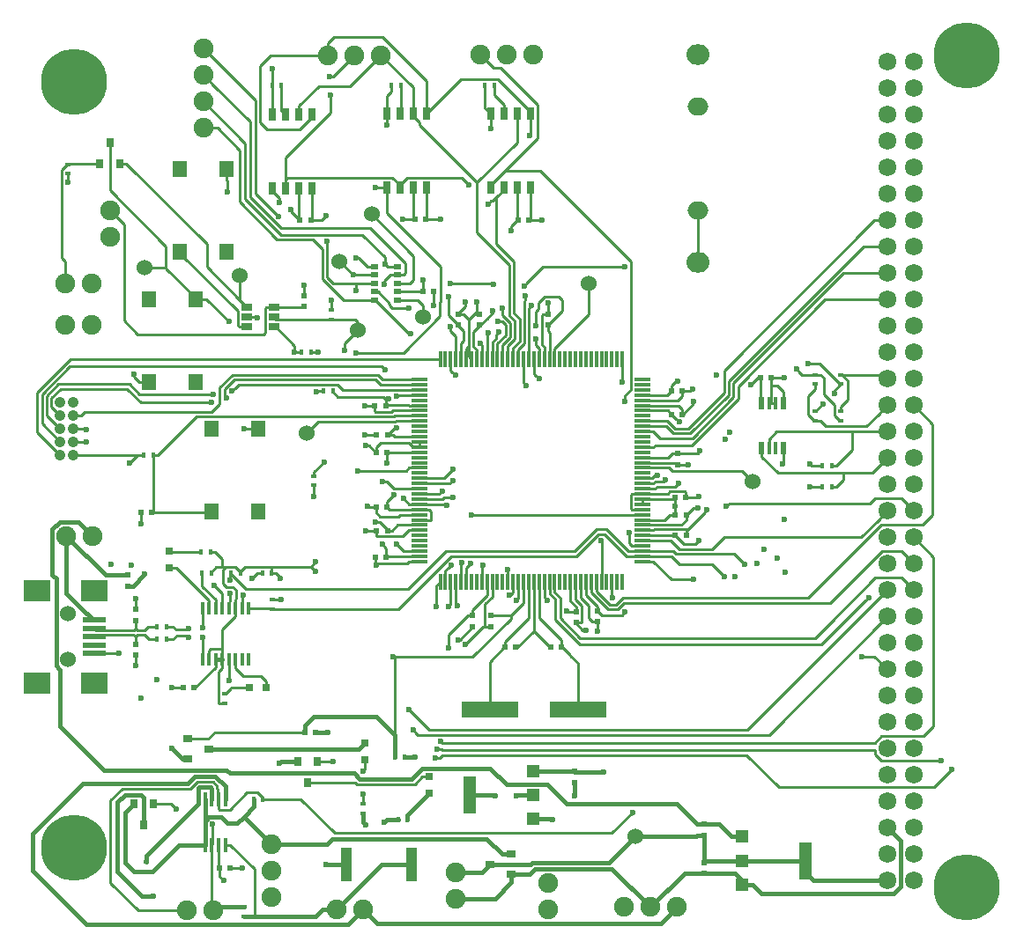
<source format=gbr>
G04 #@! TF.FileFunction,Copper,L1,Top,Signal*
%FSLAX46Y46*%
G04 Gerber Fmt 4.6, Leading zero omitted, Abs format (unit mm)*
G04 Created by KiCad (PCBNEW 4.0.4-stable) date Thursday, April 19, 2018 'PMt' 11:46:15 PM*
%MOMM*%
%LPD*%
G01*
G04 APERTURE LIST*
%ADD10C,0.100000*%
%ADD11R,0.760000X1.200000*%
%ADD12C,6.350000*%
%ADD13R,0.900000X0.800000*%
%ADD14C,1.900000*%
%ADD15R,0.600000X0.500000*%
%ADD16R,0.500000X0.600000*%
%ADD17R,0.800000X0.800000*%
%ADD18C,1.720000*%
%ADD19C,1.524000*%
%ADD20R,2.500000X2.000000*%
%ADD21R,2.300000X0.500000*%
%ADD22R,0.800000X0.900000*%
%ADD23R,0.600000X0.400000*%
%ADD24R,0.400000X0.600000*%
%ADD25R,1.000000X3.200000*%
%ADD26R,0.300000X1.550000*%
%ADD27R,1.550000X0.300000*%
%ADD28R,1.200000X1.200000*%
%ADD29R,1.200000X3.600000*%
%ADD30R,0.450000X1.450000*%
%ADD31R,0.800000X0.500000*%
%ADD32R,1.000000X0.750000*%
%ADD33R,5.500000X1.500000*%
%ADD34R,1.400000X1.650000*%
%ADD35O,2.200000X1.950000*%
%ADD36O,2.000000X1.700000*%
%ADD37C,1.050000*%
%ADD38R,0.419100X1.143000*%
%ADD39R,0.450000X1.150000*%
%ADD40R,0.600000X1.150000*%
%ADD41C,0.600000*%
%ADD42C,0.250000*%
%ADD43C,0.400000*%
G04 APERTURE END LIST*
D10*
D11*
X125365000Y-37880000D03*
X126635000Y-37880000D03*
X127905000Y-37880000D03*
X124095000Y-37880000D03*
X124095000Y-30800000D03*
X125365000Y-30800000D03*
X126635000Y-30800000D03*
X127905000Y-30800000D03*
D12*
X190810000Y-105090000D03*
D13*
X145050000Y-102870000D03*
X147050000Y-103830000D03*
X147050000Y-101920000D03*
D14*
X124000000Y-106000000D03*
X124000000Y-103460000D03*
X124000000Y-100920000D03*
D15*
X127237000Y-90170000D03*
X128287000Y-90170000D03*
D16*
X145130000Y-78945000D03*
X145130000Y-79995000D03*
X155350000Y-78505000D03*
X155350000Y-79555000D03*
X144000000Y-51025000D03*
X144000000Y-49975000D03*
X153162000Y-93963000D03*
X153162000Y-95013000D03*
D15*
X116625000Y-85880000D03*
X115575000Y-85880000D03*
X135025000Y-58800000D03*
X133975000Y-58800000D03*
X135165000Y-63250000D03*
X134115000Y-63250000D03*
D16*
X150600000Y-51025000D03*
X150600000Y-49975000D03*
X163050000Y-63375000D03*
X163050000Y-64425000D03*
D15*
X162795000Y-67600000D03*
X163845000Y-67600000D03*
D16*
X142000000Y-49975000D03*
X142000000Y-51025000D03*
D15*
X162435000Y-57370000D03*
X163485000Y-57370000D03*
X162835000Y-71190000D03*
X163885000Y-71190000D03*
D16*
X153300000Y-79655000D03*
X153300000Y-78605000D03*
X143375000Y-78950000D03*
X143375000Y-80000000D03*
D15*
X135155000Y-68540000D03*
X134105000Y-68540000D03*
X135175000Y-61570000D03*
X134125000Y-61570000D03*
X119015000Y-103270000D03*
X120065000Y-103270000D03*
D16*
X165640000Y-103740000D03*
X165640000Y-102690000D03*
X165608000Y-99043000D03*
X165608000Y-100093000D03*
D15*
X127815000Y-40910000D03*
X126765000Y-40910000D03*
X138845000Y-40850000D03*
X137795000Y-40850000D03*
X148755000Y-40950000D03*
X147705000Y-40950000D03*
X146475000Y-82000000D03*
X147525000Y-82000000D03*
X150875000Y-82000000D03*
X151925000Y-82000000D03*
X138585000Y-47810000D03*
X139635000Y-47810000D03*
D16*
X127170000Y-49230000D03*
X127170000Y-48180000D03*
D15*
X112525000Y-69000000D03*
X111475000Y-69000000D03*
D16*
X110210000Y-75055000D03*
X110210000Y-76105000D03*
D17*
X133000000Y-92800000D03*
X133000000Y-91200000D03*
X139192000Y-96050000D03*
X139192000Y-94450000D03*
X121890000Y-85910000D03*
X123490000Y-85910000D03*
X114200000Y-72780000D03*
X114200000Y-74380000D03*
D18*
X183190000Y-25710000D03*
X183190000Y-28250000D03*
X183190000Y-30790000D03*
X183190000Y-33330000D03*
X183190000Y-35870000D03*
X183190000Y-38410000D03*
X183190000Y-40950000D03*
X183190000Y-43490000D03*
X183190000Y-46030000D03*
X183190000Y-48570000D03*
X183190000Y-51110000D03*
X183190000Y-53650000D03*
X183190000Y-56190000D03*
X183190000Y-58730000D03*
X183190000Y-61270000D03*
X183190000Y-63810000D03*
X183190000Y-66350000D03*
X183190000Y-68890000D03*
X183190000Y-71430000D03*
X183190000Y-73970000D03*
X183190000Y-76510000D03*
X183190000Y-79050000D03*
X183190000Y-81590000D03*
X183190000Y-84130000D03*
X183190000Y-86670000D03*
X183190000Y-89210000D03*
X183190000Y-91750000D03*
X183190000Y-94290000D03*
X183190000Y-96830000D03*
X183190000Y-99370000D03*
X183190000Y-101910000D03*
X183190000Y-104450000D03*
X185730000Y-25710000D03*
X185730000Y-28250000D03*
X185730000Y-30790000D03*
X185730000Y-33330000D03*
X185730000Y-35870000D03*
X185730000Y-38410000D03*
X185730000Y-40950000D03*
X185730000Y-43490000D03*
X185730000Y-46030000D03*
X185730000Y-48570000D03*
X185730000Y-51110000D03*
X185730000Y-53650000D03*
X185730000Y-56190000D03*
X185730000Y-58730000D03*
X185730000Y-61270000D03*
X185730000Y-63810000D03*
X185730000Y-66350000D03*
X185730000Y-68890000D03*
X185730000Y-71430000D03*
X185730000Y-73970000D03*
X185730000Y-76510000D03*
X185730000Y-79050000D03*
X185730000Y-81590000D03*
X185730000Y-84130000D03*
X185730000Y-86670000D03*
X185730000Y-89210000D03*
X185730000Y-91750000D03*
X185730000Y-94290000D03*
X185730000Y-96830000D03*
X185730000Y-99370000D03*
X185730000Y-101910000D03*
X185730000Y-104450000D03*
D14*
X141732000Y-103632000D03*
X141732000Y-106172000D03*
X163000000Y-107000000D03*
X160460000Y-107000000D03*
X157920000Y-107000000D03*
X130302000Y-107188000D03*
X132842000Y-107188000D03*
X118420000Y-107300000D03*
X115880000Y-107300000D03*
D19*
X104500000Y-83200000D03*
X104500000Y-78800000D03*
D20*
X101550000Y-76550000D03*
X101550000Y-85450000D03*
X107050000Y-76550000D03*
X107050000Y-85450000D03*
D21*
X107050000Y-81000000D03*
X107050000Y-80200000D03*
X107050000Y-79400000D03*
X107050000Y-81800000D03*
X107050000Y-82600000D03*
D14*
X117500000Y-29520000D03*
X117500000Y-26980000D03*
X117500000Y-24440000D03*
X117500000Y-32060000D03*
X134540000Y-25075000D03*
X132000000Y-25075000D03*
X129460000Y-25075000D03*
X144120000Y-25000000D03*
X146660000Y-25000000D03*
X149200000Y-25000000D03*
X104340000Y-71310000D03*
X106880000Y-71310000D03*
X108500000Y-42500000D03*
X108500000Y-39960000D03*
D22*
X111760000Y-99044000D03*
X112720000Y-97044000D03*
X110810000Y-97044000D03*
D13*
X118000000Y-91780000D03*
X116000000Y-90820000D03*
X116000000Y-92730000D03*
D22*
X127508000Y-94980000D03*
X128468000Y-92980000D03*
X126558000Y-92980000D03*
D23*
X112014000Y-102674000D03*
X112014000Y-103574000D03*
D24*
X113950000Y-80000000D03*
X113050000Y-80000000D03*
D25*
X137466000Y-102870000D03*
X131266000Y-102870000D03*
D23*
X121410000Y-107880000D03*
X121410000Y-106980000D03*
D24*
X135880000Y-92560000D03*
X136780000Y-92560000D03*
D23*
X132842000Y-97986000D03*
X132842000Y-97086000D03*
D24*
X123230000Y-96590000D03*
X122330000Y-96590000D03*
X136202000Y-98552000D03*
X137102000Y-98552000D03*
X124100000Y-28000000D03*
X125000000Y-28000000D03*
X135550000Y-28000000D03*
X136450000Y-28000000D03*
X144550000Y-28000000D03*
X145450000Y-28000000D03*
X129920000Y-57370000D03*
X129020000Y-57370000D03*
X126950000Y-53600000D03*
X127850000Y-53600000D03*
D23*
X128100000Y-66425000D03*
X128100000Y-65525000D03*
D24*
X111800000Y-63500000D03*
X112700000Y-63500000D03*
D23*
X129770000Y-50450000D03*
X129770000Y-49550000D03*
D24*
X113950000Y-81250000D03*
X113050000Y-81250000D03*
D23*
X124100000Y-77430000D03*
X124100000Y-78330000D03*
D24*
X121050000Y-74880000D03*
X120150000Y-74880000D03*
X124050000Y-74880000D03*
X123150000Y-74880000D03*
X118250000Y-74880000D03*
X117350000Y-74880000D03*
D23*
X119540000Y-87400000D03*
X119540000Y-86500000D03*
D24*
X118200000Y-72880000D03*
X117300000Y-72880000D03*
D26*
X140250000Y-75700000D03*
X140750000Y-75700000D03*
X141250000Y-75700000D03*
X141750000Y-75700000D03*
X142250000Y-75700000D03*
X142750000Y-75700000D03*
X143250000Y-75700000D03*
X143750000Y-75700000D03*
X144250000Y-75700000D03*
X144750000Y-75700000D03*
X145250000Y-75700000D03*
X145750000Y-75700000D03*
X146250000Y-75700000D03*
X146750000Y-75700000D03*
X147250000Y-75700000D03*
X147750000Y-75700000D03*
X148250000Y-75700000D03*
X148750000Y-75700000D03*
X149250000Y-75700000D03*
X149750000Y-75700000D03*
X150250000Y-75700000D03*
X150750000Y-75700000D03*
X151250000Y-75700000D03*
X151750000Y-75700000D03*
X152250000Y-75700000D03*
X152750000Y-75700000D03*
X153250000Y-75700000D03*
X153750000Y-75700000D03*
X154250000Y-75700000D03*
X154750000Y-75700000D03*
X155250000Y-75700000D03*
X155750000Y-75700000D03*
X156250000Y-75700000D03*
X156750000Y-75700000D03*
X157250000Y-75700000D03*
X157750000Y-75700000D03*
D27*
X159700000Y-73750000D03*
X159700000Y-73250000D03*
X159700000Y-72750000D03*
X159700000Y-72250000D03*
X159700000Y-71750000D03*
X159700000Y-71250000D03*
X159700000Y-70750000D03*
X159700000Y-70250000D03*
X159700000Y-69750000D03*
X159700000Y-69250000D03*
X159700000Y-68750000D03*
X159700000Y-68250000D03*
X159700000Y-67750000D03*
X159700000Y-67250000D03*
X159700000Y-66750000D03*
X159700000Y-66250000D03*
X159700000Y-65750000D03*
X159700000Y-65250000D03*
X159700000Y-64750000D03*
X159700000Y-64250000D03*
X159700000Y-63750000D03*
X159700000Y-63250000D03*
X159700000Y-62750000D03*
X159700000Y-62250000D03*
X159700000Y-61750000D03*
X159700000Y-61250000D03*
X159700000Y-60750000D03*
X159700000Y-60250000D03*
X159700000Y-59750000D03*
X159700000Y-59250000D03*
X159700000Y-58750000D03*
X159700000Y-58250000D03*
X159700000Y-57750000D03*
X159700000Y-57250000D03*
X159700000Y-56750000D03*
X159700000Y-56250000D03*
D26*
X157750000Y-54300000D03*
X157250000Y-54300000D03*
X156750000Y-54300000D03*
X156250000Y-54300000D03*
X155750000Y-54300000D03*
X155250000Y-54300000D03*
X154750000Y-54300000D03*
X154250000Y-54300000D03*
X153750000Y-54300000D03*
X153250000Y-54300000D03*
X152750000Y-54300000D03*
X152250000Y-54300000D03*
X151750000Y-54300000D03*
X151250000Y-54300000D03*
X150750000Y-54300000D03*
X150250000Y-54300000D03*
X149750000Y-54300000D03*
X149250000Y-54300000D03*
X148750000Y-54300000D03*
X148250000Y-54300000D03*
X147750000Y-54300000D03*
X147250000Y-54300000D03*
X146750000Y-54300000D03*
X146250000Y-54300000D03*
X145750000Y-54300000D03*
X145250000Y-54300000D03*
X144750000Y-54300000D03*
X144250000Y-54300000D03*
X143750000Y-54300000D03*
X143250000Y-54300000D03*
X142750000Y-54300000D03*
X142250000Y-54300000D03*
X141750000Y-54300000D03*
X141250000Y-54300000D03*
X140750000Y-54300000D03*
X140250000Y-54300000D03*
D27*
X138300000Y-56250000D03*
X138300000Y-56750000D03*
X138300000Y-57250000D03*
X138300000Y-57750000D03*
X138300000Y-58250000D03*
X138300000Y-58750000D03*
X138300000Y-59250000D03*
X138300000Y-59750000D03*
X138300000Y-60250000D03*
X138300000Y-60750000D03*
X138300000Y-61250000D03*
X138300000Y-61750000D03*
X138300000Y-62250000D03*
X138300000Y-62750000D03*
X138300000Y-63250000D03*
X138300000Y-63750000D03*
X138300000Y-64250000D03*
X138300000Y-64750000D03*
X138300000Y-65250000D03*
X138300000Y-65750000D03*
X138300000Y-66250000D03*
X138300000Y-66750000D03*
X138300000Y-67250000D03*
X138300000Y-67750000D03*
X138300000Y-68250000D03*
X138300000Y-68750000D03*
X138300000Y-69250000D03*
X138300000Y-69750000D03*
X138300000Y-70250000D03*
X138300000Y-70750000D03*
X138300000Y-71250000D03*
X138300000Y-71750000D03*
X138300000Y-72250000D03*
X138300000Y-72750000D03*
X138300000Y-73250000D03*
X138300000Y-73750000D03*
D28*
X169260000Y-102520000D03*
X169260000Y-100220000D03*
X169260000Y-104820000D03*
D29*
X175360000Y-102520000D03*
D30*
X118943000Y-96606000D03*
X119593000Y-96606000D03*
X118293000Y-96606000D03*
X117643000Y-96606000D03*
X119593000Y-101006000D03*
X118943000Y-101006000D03*
X118293000Y-101006000D03*
X117643000Y-101006000D03*
D11*
X136365000Y-37780000D03*
X137635000Y-37780000D03*
X138905000Y-37780000D03*
X135095000Y-37780000D03*
X135095000Y-30700000D03*
X136365000Y-30700000D03*
X137635000Y-30700000D03*
X138905000Y-30700000D03*
X146365000Y-37780000D03*
X147635000Y-37780000D03*
X148905000Y-37780000D03*
X145095000Y-37780000D03*
X145095000Y-30700000D03*
X146365000Y-30700000D03*
X147635000Y-30700000D03*
X148905000Y-30700000D03*
D31*
X136100000Y-47000000D03*
X133900000Y-47000000D03*
X136100000Y-47800000D03*
X136100000Y-48600000D03*
X136100000Y-46200000D03*
X136100000Y-45400000D03*
X133900000Y-46200000D03*
X133900000Y-45400000D03*
X133900000Y-47800000D03*
X133900000Y-48600000D03*
D32*
X121700000Y-50250000D03*
X121700000Y-49300000D03*
X121700000Y-51200000D03*
X124300000Y-51200000D03*
X124300000Y-50250000D03*
X124300000Y-49300000D03*
D19*
X154520000Y-47050000D03*
X170250000Y-66040000D03*
X133650000Y-40350000D03*
X138600000Y-50200000D03*
X130550000Y-44870000D03*
X127380000Y-61400000D03*
X132360000Y-51480000D03*
X121000000Y-46250000D03*
D33*
X145000000Y-88000000D03*
X153500000Y-88000000D03*
D15*
X170995000Y-56070000D03*
X172045000Y-56070000D03*
D14*
X104230000Y-47000000D03*
X106770000Y-47000000D03*
D34*
X112250000Y-56475000D03*
X116750000Y-56475000D03*
X116750000Y-48525000D03*
X112250000Y-48525000D03*
D12*
X105080000Y-27620000D03*
X105080000Y-101280000D03*
X190810000Y-25080000D03*
D14*
X150622000Y-107188000D03*
X150622000Y-104648000D03*
D35*
X165000000Y-45000000D03*
X165000000Y-25000000D03*
D36*
X165000000Y-40000000D03*
X165000000Y-30000000D03*
D34*
X122750000Y-61025000D03*
X118250000Y-61025000D03*
X118250000Y-68975000D03*
X122750000Y-68975000D03*
X119750000Y-36025000D03*
X115250000Y-36025000D03*
X115250000Y-43975000D03*
X119750000Y-43975000D03*
D37*
X105000000Y-63540000D03*
X105000000Y-62270000D03*
X105000000Y-61000000D03*
X105000000Y-59730000D03*
X105000000Y-58460000D03*
X103730000Y-63540000D03*
X103730000Y-62270000D03*
X103730000Y-61000000D03*
X103730000Y-59730000D03*
X103730000Y-58460000D03*
D15*
X162455000Y-59600000D03*
X163505000Y-59600000D03*
D23*
X178750000Y-59300000D03*
X178750000Y-60200000D03*
X178750000Y-55800000D03*
X178750000Y-56700000D03*
X176250000Y-60200000D03*
X176250000Y-59300000D03*
X176270000Y-56700000D03*
X176270000Y-55800000D03*
D15*
X135185000Y-70780000D03*
X134135000Y-70780000D03*
X135070000Y-73370000D03*
X134020000Y-73370000D03*
X162845000Y-69280000D03*
X163895000Y-69280000D03*
D38*
X121835000Y-83183000D03*
X121200000Y-83183000D03*
X120565000Y-83183000D03*
X119930000Y-83183000D03*
X119295000Y-83183000D03*
X118660000Y-83183000D03*
X118025000Y-78230000D03*
X117390000Y-78230000D03*
X118025000Y-83183000D03*
X118660000Y-78230000D03*
X121835000Y-78230000D03*
X121200000Y-78230000D03*
X120565000Y-78230000D03*
X119930000Y-78230000D03*
X119295000Y-78230000D03*
X117390000Y-83183000D03*
D19*
X159010000Y-100180000D03*
D28*
X149220000Y-96230000D03*
X149220000Y-98530000D03*
X149220000Y-93930000D03*
D29*
X143120000Y-96230000D03*
D16*
X111000000Y-79425000D03*
X111000000Y-78375000D03*
X111000000Y-81725000D03*
X111000000Y-82775000D03*
D39*
X171845000Y-62840000D03*
D40*
X171120000Y-62840000D03*
D39*
X172495000Y-62840000D03*
D40*
X173220000Y-62840000D03*
X171120000Y-58490000D03*
D39*
X171845000Y-58490000D03*
X172495000Y-58490000D03*
D40*
X173220000Y-58490000D03*
D14*
X104230000Y-51000000D03*
X106770000Y-51000000D03*
D22*
X108500000Y-33500000D03*
X107540000Y-35500000D03*
X109450000Y-35500000D03*
D23*
X104500000Y-36450000D03*
X104500000Y-35550000D03*
D19*
X111840000Y-45490000D03*
D24*
X176970000Y-66600000D03*
X177870000Y-66600000D03*
X176950000Y-64500000D03*
X177850000Y-64500000D03*
D41*
X165213703Y-63133639D03*
X149399586Y-51050000D03*
X145304707Y-49636026D03*
X135315166Y-58092706D03*
X133999983Y-69983592D03*
X135700000Y-82900000D03*
X155956000Y-93980000D03*
X134672684Y-72092921D03*
X157997465Y-78616963D03*
X135130000Y-64320000D03*
X162800000Y-68470000D03*
X150610000Y-48903970D03*
X173270000Y-56070000D03*
X132131655Y-44540975D03*
X129280000Y-40490000D03*
X124765018Y-93154982D03*
X106270000Y-62270000D03*
X114460000Y-91740000D03*
X173170000Y-64340000D03*
X145510000Y-96250000D03*
X147560000Y-96250000D03*
X142670298Y-48756071D03*
X139600894Y-49128749D03*
X133135264Y-62619826D03*
X128550000Y-53630000D03*
X133239433Y-68420566D03*
X122718827Y-50283768D03*
X143735010Y-48808134D03*
X132970000Y-61580000D03*
X111497067Y-70158608D03*
X106270000Y-61040000D03*
X142691320Y-81689238D03*
X141952924Y-81275289D03*
X134135010Y-74128998D03*
X129480000Y-90160000D03*
X121280000Y-103260000D03*
X153162000Y-96266000D03*
X137830000Y-92560000D03*
X165091002Y-67476117D03*
X154241744Y-80364004D03*
X165005360Y-68606778D03*
X165875815Y-68817044D03*
X164501194Y-57159447D03*
X156817223Y-77226570D03*
X150546842Y-77527153D03*
X164603987Y-58381605D03*
X155357698Y-80499445D03*
X129770000Y-48660000D03*
X127140000Y-47210000D03*
X133100000Y-70790000D03*
X133000000Y-58800000D03*
X164040000Y-64420000D03*
X150060000Y-40940000D03*
X140280000Y-40810000D03*
X119760000Y-38240000D03*
X121450000Y-61020000D03*
X110809885Y-55749348D03*
X111537875Y-86896960D03*
X113028111Y-85089137D03*
X111880000Y-74970000D03*
X108610000Y-74010000D03*
X110600000Y-74110000D03*
X119993505Y-85230887D03*
X111000000Y-83800000D03*
X111000000Y-77300000D03*
X118548521Y-76098232D03*
X109377085Y-82609551D03*
X114450000Y-85880000D03*
X175800000Y-66600000D03*
X175800000Y-64400000D03*
X128300000Y-74740000D03*
X128300000Y-73770000D03*
X124923501Y-75346058D03*
X124977567Y-77407051D03*
X104500009Y-37320000D03*
X110390000Y-64300000D03*
X128090000Y-67480000D03*
X170130000Y-56750000D03*
X163039162Y-56375010D03*
X145110000Y-32150000D03*
X119441007Y-104428973D03*
X151080000Y-98550000D03*
X147067473Y-41924234D03*
X141033922Y-48282383D03*
X125890161Y-39914990D03*
X136049234Y-60893309D03*
X135787670Y-67374790D03*
X135105017Y-31796872D03*
X124090000Y-26360000D03*
X165058631Y-71755498D03*
X134874000Y-98806000D03*
X152400000Y-78486000D03*
X136630000Y-40870000D03*
X133096000Y-99060000D03*
X141046261Y-82064873D03*
X138590000Y-46650000D03*
X129286000Y-102870000D03*
X163196176Y-60349925D03*
X148316325Y-47242425D03*
X145335664Y-47111885D03*
X141195964Y-47035737D03*
X157970000Y-45420000D03*
X137260000Y-49410000D03*
X132806478Y-93955078D03*
X132820000Y-96110000D03*
X139787438Y-92615071D03*
X141060000Y-78050000D03*
X189420000Y-93770000D03*
X139980781Y-91838774D03*
X141859843Y-78033600D03*
X188350000Y-92870000D03*
X137225930Y-87960172D03*
X139890000Y-78050000D03*
X137644189Y-89962072D03*
X136059988Y-72114429D03*
X131880000Y-46200000D03*
X173344234Y-69713470D03*
X136710000Y-67700000D03*
X140907774Y-68359030D03*
X172604600Y-73407898D03*
X142353098Y-73860422D03*
X171354589Y-72605755D03*
X141335314Y-74068034D03*
X169493351Y-74012138D03*
X120040000Y-75560000D03*
X120040000Y-76840000D03*
X167590000Y-75230000D03*
X168600114Y-75233580D03*
X146763681Y-74555010D03*
X164629867Y-75471476D03*
X163150000Y-66240000D03*
X161857080Y-65914989D03*
X161103344Y-65464978D03*
X112670000Y-105970000D03*
X114868467Y-97555031D03*
X118380000Y-98990000D03*
X158710000Y-97920000D03*
X157750000Y-56470000D03*
X145899260Y-51683449D03*
X134940022Y-45135173D03*
X134872062Y-47108213D03*
X144068607Y-52795577D03*
X132158017Y-47672638D03*
X129410000Y-42990000D03*
X124740000Y-40540000D03*
X155730000Y-71755498D03*
X144842663Y-51799433D03*
X137388051Y-51811949D03*
X144840000Y-39370000D03*
X142990000Y-37530000D03*
X129670000Y-28910000D03*
X129630000Y-27150000D03*
X148381350Y-48229033D03*
X148830000Y-32830000D03*
X157950000Y-58390000D03*
X158380000Y-71010000D03*
X134737873Y-66107874D03*
X132150000Y-53670000D03*
X134060000Y-37770000D03*
X124791948Y-39258052D03*
X141249988Y-51171990D03*
X118274773Y-58469633D03*
X119694118Y-58062521D03*
X136084990Y-57875010D03*
X134948443Y-55303960D03*
X120231741Y-57384532D03*
X118423416Y-57683551D03*
X129930000Y-92980000D03*
X147574000Y-77470000D03*
X129098432Y-64173212D03*
X119940000Y-50690000D03*
X143238701Y-69248322D03*
X128310811Y-57406519D03*
X126240000Y-53620000D03*
X132344612Y-65039698D03*
X131080000Y-53460000D03*
X122184184Y-75364080D03*
X121290012Y-76990000D03*
X173418170Y-74801039D03*
X180725001Y-82884271D03*
X144350000Y-74140000D03*
X174481901Y-55269535D03*
X141503833Y-67598959D03*
X175573504Y-54756479D03*
X140439555Y-66964919D03*
X178100000Y-57600000D03*
X177000000Y-58600000D03*
X181406039Y-77213961D03*
X166776296Y-55807635D03*
X141715912Y-55834651D03*
X149052204Y-49152994D03*
X146258281Y-49347044D03*
X145785459Y-50690239D03*
X170653710Y-73965273D03*
X143145238Y-73972377D03*
X167751817Y-68473966D03*
X148510216Y-56847951D03*
X146935776Y-76987621D03*
X140290846Y-91046393D03*
X141442583Y-64905699D03*
X168048528Y-61294979D03*
X141442583Y-65976364D03*
X167654473Y-61995523D03*
X149399586Y-52330000D03*
X149734668Y-56189988D03*
X117399264Y-81075000D03*
X116100000Y-80200000D03*
X117399264Y-80150000D03*
X116100000Y-81025000D03*
D42*
X163050000Y-63375000D02*
X164972342Y-63375000D01*
X163050000Y-63375000D02*
X162550000Y-63375000D01*
X162175000Y-63750000D02*
X160725000Y-63750000D01*
X162550000Y-63375000D02*
X162175000Y-63750000D01*
X160725000Y-63750000D02*
X159700000Y-63750000D01*
X164972342Y-63375000D02*
X165213703Y-63133639D01*
X151620000Y-48260000D02*
X152000470Y-48640470D01*
X152000470Y-48640470D02*
X152000470Y-49624530D01*
X150270198Y-48260000D02*
X151620000Y-48260000D01*
X150600000Y-51025000D02*
X152000470Y-49624530D01*
X150270198Y-48260000D02*
X149677205Y-48852993D01*
X149677205Y-48852993D02*
X149677205Y-49452995D01*
X149677205Y-49452995D02*
X149399586Y-49730614D01*
X149399586Y-49730614D02*
X149399586Y-51050000D01*
X144000000Y-51025000D02*
X144116355Y-51025000D01*
X144116355Y-51025000D02*
X144763901Y-50377454D01*
X145304707Y-49845371D02*
X145304707Y-49636026D01*
X144763901Y-50377454D02*
X144772624Y-50377454D01*
X144772624Y-50377454D02*
X145304707Y-49845371D01*
X127237000Y-90170000D02*
X118628000Y-90170000D01*
X118628000Y-90170000D02*
X117978000Y-90820000D01*
X117978000Y-90820000D02*
X116000000Y-90820000D01*
D43*
X127237000Y-90170000D02*
X127237001Y-89519999D01*
X127237001Y-89519999D02*
X128067000Y-88690000D01*
X128067000Y-88690000D02*
X134120000Y-88690000D01*
X134120000Y-88690000D02*
X135880000Y-90450000D01*
X135880000Y-90450000D02*
X135880000Y-92560000D01*
X153162000Y-93963000D02*
X149253000Y-93963000D01*
X149253000Y-93963000D02*
X149220000Y-93930000D01*
D42*
X137224980Y-58699980D02*
X135125020Y-58699980D01*
X138300000Y-58750000D02*
X137275000Y-58750000D01*
X137275000Y-58750000D02*
X137224980Y-58699980D01*
X135125020Y-58699980D02*
X135025000Y-58800000D01*
X143443606Y-53095578D02*
X143750000Y-53401972D01*
X143443606Y-51631394D02*
X143443606Y-53095578D01*
X144000000Y-51025000D02*
X144000000Y-51075000D01*
X143750000Y-53401972D02*
X143750000Y-54300000D01*
X144000000Y-51075000D02*
X143443606Y-51631394D01*
X135127385Y-58092706D02*
X135315166Y-58092706D01*
X135025000Y-58195091D02*
X135127385Y-58092706D01*
X136130584Y-70250000D02*
X135600584Y-70780000D01*
X134424247Y-69983592D02*
X133999983Y-69983592D01*
X138300000Y-70250000D02*
X136130584Y-70250000D01*
X135185000Y-70744345D02*
X134424247Y-69983592D01*
X135185000Y-70780000D02*
X135185000Y-70744345D01*
X135600584Y-70780000D02*
X135185000Y-70780000D01*
X129920000Y-57370000D02*
X129920000Y-57470000D01*
X134749909Y-57920000D02*
X135025000Y-58195091D01*
X130370000Y-57920000D02*
X134749909Y-57920000D01*
X129920000Y-57470000D02*
X130370000Y-57920000D01*
X135880000Y-92560000D02*
X135880000Y-83080000D01*
X135880000Y-83080000D02*
X135700000Y-82900000D01*
X135700000Y-82900000D02*
X143360002Y-82900000D01*
X143360002Y-82900000D02*
X147024004Y-79235998D01*
X147024004Y-79235998D02*
X147024004Y-78945000D01*
D43*
X155956000Y-93980000D02*
X153179000Y-93980000D01*
X153179000Y-93980000D02*
X153162000Y-93963000D01*
D42*
X145630000Y-78945000D02*
X145130000Y-78945000D01*
X148250000Y-77719004D02*
X147024004Y-78945000D01*
X148250000Y-75700000D02*
X148250000Y-77719004D01*
X147024004Y-78945000D02*
X145630000Y-78945000D01*
X138300000Y-73250000D02*
X135190000Y-73250000D01*
X135190000Y-73250000D02*
X135070000Y-73370000D01*
X134972683Y-72392920D02*
X134672684Y-72092921D01*
X135070000Y-72490237D02*
X134972683Y-72392920D01*
X135070000Y-73370000D02*
X135070000Y-72490237D01*
X135070000Y-73370000D02*
X135070000Y-72870000D01*
X155350000Y-78505000D02*
X155761962Y-78916962D01*
X155761962Y-78916962D02*
X157697466Y-78916962D01*
X157697466Y-78916962D02*
X157997465Y-78616963D01*
X154250000Y-75700000D02*
X154250000Y-76982824D01*
X154250000Y-76982824D02*
X155350000Y-78082824D01*
X155350000Y-78082824D02*
X155350000Y-78505000D01*
X135025000Y-58800000D02*
X135025000Y-58195091D01*
X135165000Y-63250000D02*
X135165000Y-64285000D01*
X135165000Y-64285000D02*
X135130000Y-64320000D01*
X162800000Y-68470000D02*
X162800000Y-69235000D01*
X162800000Y-69235000D02*
X162845000Y-69280000D01*
X162800000Y-68470000D02*
X162800000Y-67605000D01*
X162800000Y-67605000D02*
X162795000Y-67600000D01*
X162845000Y-69280000D02*
X162295000Y-69280000D01*
X162295000Y-69280000D02*
X161825000Y-69750000D01*
X161825000Y-69750000D02*
X160725000Y-69750000D01*
X160725000Y-69750000D02*
X159700000Y-69750000D01*
X159700000Y-68250000D02*
X159700000Y-67750000D01*
X162890000Y-67695000D02*
X162795000Y-67600000D01*
X135165000Y-63250000D02*
X138300000Y-63250000D01*
X159700000Y-67750000D02*
X162645000Y-67750000D01*
X162645000Y-67750000D02*
X162795000Y-67600000D01*
X150600000Y-51025000D02*
X150600000Y-51575000D01*
X150750000Y-51725000D02*
X150750000Y-53275000D01*
X150600000Y-51575000D02*
X150750000Y-51725000D01*
X150750000Y-53275000D02*
X150750000Y-54300000D01*
X150600000Y-48913970D02*
X150610000Y-48903970D01*
X150600000Y-49975000D02*
X150600000Y-48913970D01*
X138300000Y-62250000D02*
X138300000Y-62750000D01*
X172045000Y-56070000D02*
X173270000Y-56070000D01*
X172045000Y-56070000D02*
X172045000Y-56570000D01*
X172045000Y-56570000D02*
X172050000Y-56575000D01*
X172050000Y-56575000D02*
X172050000Y-56850000D01*
X133250000Y-45400000D02*
X132390975Y-44540975D01*
X133900000Y-45400000D02*
X133250000Y-45400000D01*
X132390975Y-44540975D02*
X132131655Y-44540975D01*
X127815000Y-40910000D02*
X128860000Y-40910000D01*
X128860000Y-40910000D02*
X129280000Y-40490000D01*
D43*
X124940000Y-92980000D02*
X124765018Y-93154982D01*
X126558000Y-92980000D02*
X124940000Y-92980000D01*
D42*
X105000000Y-62270000D02*
X106270000Y-62270000D01*
D43*
X116000000Y-92730000D02*
X115450000Y-92730000D01*
X115450000Y-92730000D02*
X114460000Y-91740000D01*
D42*
X173220000Y-62840000D02*
X173220000Y-64290000D01*
X173220000Y-64290000D02*
X173170000Y-64340000D01*
X172050000Y-56850000D02*
X172050000Y-58285000D01*
X172050000Y-58285000D02*
X171845000Y-58490000D01*
X171845000Y-58490000D02*
X172495000Y-58490000D01*
X172050000Y-56850000D02*
X172600000Y-56850000D01*
X172600000Y-56850000D02*
X173220000Y-57470000D01*
X173220000Y-57470000D02*
X173220000Y-58490000D01*
D43*
X143120000Y-96230000D02*
X145490000Y-96230000D01*
X145490000Y-96230000D02*
X145510000Y-96250000D01*
X149220000Y-96230000D02*
X147580000Y-96230000D01*
X147580000Y-96230000D02*
X147560000Y-96250000D01*
D42*
X142000000Y-49975000D02*
X142500000Y-49975000D01*
X142500000Y-49975000D02*
X142993595Y-50468595D01*
X142993595Y-50468595D02*
X142993595Y-53031405D01*
X142993595Y-53031405D02*
X142750000Y-53275000D01*
X142750000Y-53275000D02*
X142750000Y-54300000D01*
X142670298Y-49254702D02*
X142670298Y-49180335D01*
X142000000Y-49925000D02*
X142670298Y-49254702D01*
X142000000Y-49975000D02*
X142000000Y-49925000D01*
X142670298Y-49180335D02*
X142670298Y-48756071D01*
X139635000Y-47810000D02*
X139635000Y-49094643D01*
X139635000Y-49094643D02*
X139600894Y-49128749D01*
X133434826Y-62619826D02*
X133135264Y-62619826D01*
X134065000Y-63250000D02*
X133434826Y-62619826D01*
X134115000Y-63250000D02*
X134065000Y-63250000D01*
X138300000Y-59250000D02*
X135710002Y-59250000D01*
X134050001Y-59375001D02*
X133975000Y-59300000D01*
X133975000Y-59300000D02*
X133975000Y-58800000D01*
X135585001Y-59375001D02*
X134050001Y-59375001D01*
X135710002Y-59250000D02*
X135585001Y-59375001D01*
X142993595Y-54043595D02*
X142993595Y-50481405D01*
X142993595Y-50481405D02*
X143500000Y-49975000D01*
X143250000Y-54300000D02*
X142993595Y-54043595D01*
X134480001Y-69415001D02*
X134105000Y-69040000D01*
X134105000Y-69040000D02*
X134105000Y-68540000D01*
X136420004Y-69250000D02*
X136255003Y-69415001D01*
X136255003Y-69415001D02*
X134480001Y-69415001D01*
X138300000Y-69250000D02*
X136420004Y-69250000D01*
X127850000Y-53600000D02*
X128520000Y-53600000D01*
X128520000Y-53600000D02*
X128550000Y-53630000D01*
X133358867Y-68540000D02*
X133239433Y-68420566D01*
X134105000Y-68540000D02*
X133358867Y-68540000D01*
X122685059Y-50250000D02*
X122718827Y-50283768D01*
X121700000Y-50250000D02*
X122685059Y-50250000D01*
X143735010Y-49232398D02*
X143735010Y-48808134D01*
X143500000Y-49975000D02*
X143735010Y-49739990D01*
X144000000Y-49975000D02*
X143500000Y-49975000D01*
X143735010Y-49739990D02*
X143735010Y-49232398D01*
X134125000Y-61570000D02*
X132980000Y-61570000D01*
X132980000Y-61570000D02*
X132970000Y-61580000D01*
X111475000Y-70136541D02*
X111497067Y-70158608D01*
X111475000Y-69000000D02*
X111475000Y-70136541D01*
X105000000Y-61000000D02*
X106230000Y-61000000D01*
X106230000Y-61000000D02*
X106270000Y-61040000D01*
X142991319Y-81389239D02*
X142691320Y-81689238D01*
X144630000Y-79995000D02*
X144385558Y-79995000D01*
X144385558Y-79995000D02*
X142991319Y-81389239D01*
X142149711Y-81275289D02*
X141952924Y-81275289D01*
X143375000Y-80050000D02*
X142149711Y-81275289D01*
X143375000Y-80000000D02*
X143375000Y-80050000D01*
X134020000Y-74013988D02*
X134135010Y-74128998D01*
X134020000Y-73870000D02*
X134020000Y-74013988D01*
X134020000Y-73370000D02*
X134020000Y-73870000D01*
D43*
X128287000Y-90170000D02*
X129470000Y-90170000D01*
X129470000Y-90170000D02*
X129480000Y-90160000D01*
D42*
X120065000Y-103270000D02*
X121270000Y-103270000D01*
X121270000Y-103270000D02*
X121280000Y-103260000D01*
D43*
X153162000Y-95013000D02*
X153162000Y-96266000D01*
X136780000Y-92560000D02*
X137830000Y-92560000D01*
D42*
X145130000Y-79995000D02*
X144630000Y-79995000D01*
X138300000Y-70750000D02*
X137275000Y-70750000D01*
X136669999Y-71355001D02*
X134210001Y-71355001D01*
X137275000Y-70750000D02*
X136669999Y-71355001D01*
X134210001Y-71355001D02*
X134135000Y-71280000D01*
X134135000Y-71280000D02*
X134135000Y-70780000D01*
X145250000Y-75700000D02*
X145250000Y-77161410D01*
X145250000Y-77161410D02*
X144554999Y-77856411D01*
X144554999Y-77856411D02*
X144554999Y-79919999D01*
X144554999Y-79919999D02*
X144630000Y-79995000D01*
X164967119Y-67600000D02*
X165091002Y-67476117D01*
X163845000Y-67600000D02*
X164967119Y-67600000D01*
X153959004Y-80364004D02*
X154241744Y-80364004D01*
X153300000Y-79705000D02*
X153959004Y-80364004D01*
X153300000Y-79655000D02*
X153300000Y-79705000D01*
X164002859Y-70690000D02*
X165575816Y-69117043D01*
X163885000Y-71190000D02*
X163885000Y-70690000D01*
X163885000Y-70690000D02*
X164002859Y-70690000D01*
X163895000Y-69280000D02*
X163945000Y-69280000D01*
X163945000Y-69280000D02*
X164618222Y-68606778D01*
X165575816Y-69117043D02*
X165875815Y-68817044D01*
X164618222Y-68606778D02*
X165005360Y-68606778D01*
X164290641Y-57370000D02*
X164501194Y-57159447D01*
X163485000Y-57370000D02*
X164290641Y-57370000D01*
X156750000Y-75700000D02*
X156750000Y-77159347D01*
X156750000Y-77159347D02*
X156817223Y-77226570D01*
X150250000Y-75700000D02*
X150250000Y-77230311D01*
X150250000Y-77230311D02*
X150546842Y-77527153D01*
X164603987Y-58551013D02*
X164603987Y-58381605D01*
X163505000Y-59600000D02*
X163555000Y-59600000D01*
X163555000Y-59600000D02*
X164603987Y-58551013D01*
X155350000Y-79555000D02*
X155350000Y-80491747D01*
X155350000Y-80491747D02*
X155357698Y-80499445D01*
X150250000Y-53275000D02*
X150250000Y-54300000D01*
X150024999Y-50050001D02*
X150024999Y-52928586D01*
X150600000Y-49975000D02*
X150100000Y-49975000D01*
X150250000Y-53153587D02*
X150250000Y-53275000D01*
X150024999Y-52928586D02*
X150250000Y-53153587D01*
X150100000Y-49975000D02*
X150024999Y-50050001D01*
X163769999Y-67024999D02*
X163845000Y-67100000D01*
X162116410Y-67250000D02*
X162341411Y-67024999D01*
X162341411Y-67024999D02*
X163769999Y-67024999D01*
X163845000Y-67100000D02*
X163845000Y-67600000D01*
X159700000Y-67250000D02*
X162116410Y-67250000D01*
X159700000Y-70250000D02*
X163425000Y-70250000D01*
X163425000Y-70250000D02*
X163895000Y-69780000D01*
X163895000Y-69780000D02*
X163895000Y-69280000D01*
X159700000Y-68750000D02*
X158675000Y-68750000D01*
X158675000Y-68750000D02*
X158599999Y-68674999D01*
X158599999Y-68674999D02*
X158599999Y-67325001D01*
X158599999Y-67325001D02*
X158675000Y-67250000D01*
X158675000Y-67250000D02*
X159700000Y-67250000D01*
X129770000Y-49550000D02*
X129770000Y-48660000D01*
X127170000Y-48180000D02*
X127170000Y-47240000D01*
X127170000Y-47240000D02*
X127140000Y-47210000D01*
X138300000Y-62750000D02*
X137675000Y-62750000D01*
X137675000Y-62750000D02*
X137275000Y-62350000D01*
X137275000Y-62350000D02*
X134515000Y-62350000D01*
X134515000Y-62350000D02*
X134115000Y-62750000D01*
X134115000Y-62750000D02*
X134115000Y-63250000D01*
X134135000Y-70780000D02*
X133110000Y-70780000D01*
X133110000Y-70780000D02*
X133100000Y-70790000D01*
X138300000Y-73750000D02*
X137275000Y-73750000D01*
X134095001Y-73945001D02*
X134020000Y-73870000D01*
X137275000Y-73750000D02*
X137079999Y-73945001D01*
X137079999Y-73945001D02*
X134095001Y-73945001D01*
X154510000Y-78040000D02*
X154510000Y-79215000D01*
X154510000Y-79215000D02*
X154850000Y-79555000D01*
X154850000Y-79555000D02*
X155350000Y-79555000D01*
X153750000Y-77280000D02*
X154510000Y-78040000D01*
X153750000Y-75700000D02*
X153750000Y-77280000D01*
X153250000Y-75700000D02*
X153250000Y-77419998D01*
X153250000Y-77419998D02*
X153875001Y-78044999D01*
X153875001Y-79579999D02*
X153800000Y-79655000D01*
X153875001Y-78044999D02*
X153875001Y-79579999D01*
X153800000Y-79655000D02*
X153300000Y-79655000D01*
X163885000Y-70690000D02*
X163809999Y-70614999D01*
X163809999Y-70614999D02*
X160860001Y-70614999D01*
X160860001Y-70614999D02*
X160725000Y-70750000D01*
X160725000Y-70750000D02*
X159700000Y-70750000D01*
X133975000Y-58800000D02*
X133000000Y-58800000D01*
X163050000Y-64425000D02*
X164035000Y-64425000D01*
X164035000Y-64425000D02*
X164040000Y-64420000D01*
X159700000Y-64250000D02*
X162875000Y-64250000D01*
X162875000Y-64250000D02*
X163050000Y-64425000D01*
X159700000Y-58750000D02*
X163155000Y-58750000D01*
X163155000Y-58750000D02*
X163505000Y-59100000D01*
X163505000Y-59100000D02*
X163505000Y-59600000D01*
X159700000Y-58250000D02*
X163105000Y-58250000D01*
X163105000Y-58250000D02*
X163485000Y-57870000D01*
X163485000Y-57870000D02*
X163485000Y-57370000D01*
X148755000Y-40950000D02*
X150050000Y-40950000D01*
X150050000Y-40950000D02*
X150060000Y-40940000D01*
X148905000Y-37780000D02*
X148905000Y-40800000D01*
X148905000Y-40800000D02*
X148755000Y-40950000D01*
X138845000Y-40850000D02*
X140240000Y-40850000D01*
X140240000Y-40850000D02*
X140280000Y-40810000D01*
X138905000Y-37780000D02*
X138905000Y-40790000D01*
X138905000Y-40790000D02*
X138845000Y-40850000D01*
X127905000Y-37880000D02*
X127905000Y-40820000D01*
X127905000Y-40820000D02*
X127815000Y-40910000D01*
X119760000Y-37110000D02*
X119760000Y-38240000D01*
X119750000Y-36025000D02*
X119750000Y-37100000D01*
X119750000Y-37100000D02*
X119760000Y-37110000D01*
X122750000Y-61025000D02*
X121455000Y-61025000D01*
X121455000Y-61025000D02*
X121450000Y-61020000D01*
X110809885Y-55984885D02*
X110809885Y-55749348D01*
X112250000Y-56475000D02*
X111300000Y-56475000D01*
X111300000Y-56475000D02*
X110809885Y-55984885D01*
D43*
X110210000Y-76105000D02*
X110745000Y-76105000D01*
X110745000Y-76105000D02*
X111880000Y-74970000D01*
D42*
X119930000Y-85167382D02*
X119993505Y-85230887D01*
X119930000Y-83183000D02*
X119930000Y-85167382D01*
D43*
X158248001Y-100941999D02*
X159010000Y-100180000D01*
X148941457Y-102870000D02*
X149113469Y-102697988D01*
X149113469Y-102697988D02*
X156492012Y-102697988D01*
X145050000Y-102870000D02*
X148941457Y-102870000D01*
X156492012Y-102697988D02*
X158248001Y-100941999D01*
X183190000Y-104450000D02*
X176090000Y-104450000D01*
X175360000Y-103720000D02*
X175360000Y-102520000D01*
X176090000Y-104450000D02*
X175360000Y-103720000D01*
X159010000Y-100180000D02*
X164871000Y-100180000D01*
X164871000Y-100180000D02*
X164958000Y-100093000D01*
X141732000Y-103632000D02*
X144288000Y-103632000D01*
X144288000Y-103632000D02*
X145050000Y-102870000D01*
D42*
X111000000Y-82775000D02*
X111000000Y-83800000D01*
X111000000Y-78375000D02*
X111000000Y-77300000D01*
X119295000Y-76844711D02*
X118848520Y-76398231D01*
X118848520Y-76398231D02*
X118548521Y-76098232D01*
X119295000Y-78230000D02*
X119295000Y-76844711D01*
X109367534Y-82600000D02*
X109377085Y-82609551D01*
X107050000Y-82600000D02*
X109367534Y-82600000D01*
X115575000Y-85880000D02*
X114450000Y-85880000D01*
D43*
X164958000Y-100093000D02*
X165608000Y-100093000D01*
X165608000Y-100093000D02*
X165608000Y-102658000D01*
X165608000Y-102658000D02*
X165640000Y-102690000D01*
X169260000Y-102520000D02*
X165810000Y-102520000D01*
X165810000Y-102520000D02*
X165640000Y-102690000D01*
X175360000Y-102520000D02*
X169260000Y-102520000D01*
D42*
X176970000Y-66600000D02*
X175800000Y-66600000D01*
X176950000Y-64500000D02*
X175900000Y-64500000D01*
X175900000Y-64500000D02*
X175800000Y-64400000D01*
D43*
X118660000Y-83183000D02*
X119295000Y-83183000D01*
D42*
X118660000Y-83183000D02*
X118660000Y-83895000D01*
X118660000Y-83895000D02*
X116675000Y-85880000D01*
X116675000Y-85880000D02*
X116625000Y-85880000D01*
X119540000Y-87400000D02*
X118990000Y-87400000D01*
X118914999Y-87324999D02*
X118914999Y-84384501D01*
X118990000Y-87400000D02*
X118914999Y-87324999D01*
X118914999Y-84384501D02*
X119295000Y-84004500D01*
X119295000Y-84004500D02*
X119295000Y-83183000D01*
X119295000Y-82160000D02*
X119295000Y-82361500D01*
X119295000Y-80321500D02*
X119295000Y-82160000D01*
X119295000Y-82160000D02*
X118226500Y-82160000D01*
X118226500Y-82160000D02*
X118025000Y-82361500D01*
X118025000Y-82361500D02*
X118025000Y-83183000D01*
X120565000Y-78230000D02*
X120565000Y-79051500D01*
X120565000Y-79051500D02*
X119295000Y-80321500D01*
X119295000Y-82361500D02*
X119295000Y-83183000D01*
X127815001Y-74254999D02*
X127815001Y-74255001D01*
X127815001Y-74255001D02*
X128300000Y-74740000D01*
X123974999Y-74254999D02*
X127815001Y-74254999D01*
X127815001Y-74254999D02*
X128300000Y-73770000D01*
X124923501Y-75303501D02*
X124923501Y-75346058D01*
X124050000Y-74880000D02*
X124500000Y-74880000D01*
X124954618Y-77430000D02*
X124977567Y-77407051D01*
X124100000Y-77430000D02*
X124954618Y-77430000D01*
X124500000Y-74880000D02*
X124923501Y-75303501D01*
X119414999Y-74529999D02*
X119624999Y-74319999D01*
X119414999Y-75860001D02*
X119414999Y-74529999D01*
X119739999Y-76185001D02*
X119414999Y-75860001D01*
X120340001Y-76185001D02*
X119739999Y-76185001D01*
X120565000Y-77408500D02*
X120665002Y-77308498D01*
X118250000Y-74780000D02*
X118710001Y-74319999D01*
X120565000Y-78230000D02*
X120565000Y-77408500D01*
X118250000Y-74880000D02*
X118250000Y-74780000D01*
X118710001Y-74319999D02*
X118810001Y-74319999D01*
X120665002Y-77308498D02*
X120665002Y-76510002D01*
X118810001Y-74319999D02*
X119260001Y-74319999D01*
X120665002Y-76510002D02*
X120340001Y-76185001D01*
X120565000Y-78230000D02*
X120516625Y-78230000D01*
X120516625Y-78230000D02*
X120464551Y-78282074D01*
X124050000Y-74880000D02*
X124050000Y-74330000D01*
X124050000Y-74330000D02*
X123974999Y-74254999D01*
X123974999Y-74254999D02*
X121502245Y-74254999D01*
X121502245Y-74254999D02*
X121050000Y-74707244D01*
X121050000Y-74707244D02*
X121050000Y-74880000D01*
X118200000Y-72880000D02*
X118650000Y-72880000D01*
X118650000Y-72880000D02*
X119260001Y-73490001D01*
X119260001Y-73490001D02*
X119260001Y-74319999D01*
X119260001Y-74319999D02*
X119624999Y-74319999D01*
X119624999Y-74319999D02*
X119689999Y-74254999D01*
X120524999Y-74254999D02*
X121050000Y-74780000D01*
X119689999Y-74254999D02*
X120524999Y-74254999D01*
X121050000Y-74780000D02*
X121050000Y-74880000D01*
X104500000Y-37319991D02*
X104500009Y-37320000D01*
X104500000Y-36450000D02*
X104500000Y-37319991D01*
X111800000Y-63500000D02*
X111190000Y-63500000D01*
X111190000Y-63500000D02*
X110390000Y-64300000D01*
X111800000Y-63500000D02*
X105040000Y-63500000D01*
X105040000Y-63500000D02*
X105000000Y-63540000D01*
X128100000Y-66425000D02*
X128100000Y-67470000D01*
X128100000Y-67470000D02*
X128090000Y-67480000D01*
X170995000Y-56070000D02*
X170810000Y-56070000D01*
X170810000Y-56070000D02*
X170130000Y-56750000D01*
X170995000Y-56070000D02*
X170995000Y-58365000D01*
X170995000Y-58365000D02*
X171120000Y-58490000D01*
X162929990Y-56375010D02*
X163039162Y-56375010D01*
X162435000Y-56870000D02*
X162929990Y-56375010D01*
X162435000Y-57370000D02*
X162435000Y-56870000D01*
X128100000Y-66425000D02*
X128000000Y-66425000D01*
X145095000Y-30700000D02*
X145095000Y-32135000D01*
X145095000Y-32135000D02*
X145110000Y-32150000D01*
X119141008Y-104128974D02*
X119441007Y-104428973D01*
X119015000Y-104002966D02*
X119141008Y-104128974D01*
X119015000Y-103270000D02*
X119015000Y-104002966D01*
D43*
X149220000Y-98530000D02*
X151060000Y-98530000D01*
X151060000Y-98530000D02*
X151080000Y-98550000D01*
D42*
X147067473Y-41537527D02*
X147067473Y-41924234D01*
X147705000Y-40950000D02*
X147655000Y-40950000D01*
X147655000Y-40950000D02*
X147067473Y-41537527D01*
X141033922Y-48706647D02*
X141033922Y-48282383D01*
X142000000Y-51025000D02*
X141033922Y-50058922D01*
X141033922Y-50058922D02*
X141033922Y-48706647D01*
X125890161Y-40085161D02*
X125890161Y-39914990D01*
X126715000Y-40910000D02*
X125890161Y-40085161D01*
X126765000Y-40910000D02*
X126715000Y-40910000D01*
X135901691Y-60893309D02*
X136049234Y-60893309D01*
X135225000Y-61570000D02*
X135901691Y-60893309D01*
X135175000Y-61570000D02*
X135225000Y-61570000D01*
X135487671Y-67674789D02*
X135787670Y-67374790D01*
X135155000Y-68007460D02*
X135487671Y-67674789D01*
X135155000Y-68540000D02*
X135155000Y-68007460D01*
X138300000Y-68750000D02*
X135365000Y-68750000D01*
X135365000Y-68750000D02*
X135155000Y-68540000D01*
X142250000Y-53275000D02*
X142250000Y-54300000D01*
X142500000Y-52556089D02*
X142250000Y-52806089D01*
X142000000Y-51025000D02*
X142000000Y-51075000D01*
X142250000Y-52806089D02*
X142250000Y-53275000D01*
X142500000Y-51575000D02*
X142500000Y-52556089D01*
X142000000Y-51075000D02*
X142500000Y-51575000D01*
X135095000Y-31786855D02*
X135105017Y-31796872D01*
X135095000Y-30700000D02*
X135095000Y-31786855D01*
X111760000Y-63540000D02*
X111800000Y-63500000D01*
X144550000Y-28000000D02*
X144550000Y-30155000D01*
X144550000Y-30155000D02*
X145095000Y-30700000D01*
X135550000Y-28000000D02*
X135550000Y-28550000D01*
X135550000Y-28550000D02*
X135095000Y-29005000D01*
X135095000Y-29005000D02*
X135095000Y-30700000D01*
X135550000Y-28000000D02*
X135550000Y-28100000D01*
X124100000Y-28000000D02*
X124100000Y-26370000D01*
X124100000Y-26370000D02*
X124090000Y-26360000D01*
X124095000Y-30800000D02*
X124095000Y-28005000D01*
X124095000Y-28005000D02*
X124100000Y-28000000D01*
X163700497Y-72055497D02*
X164758632Y-72055497D01*
X162835000Y-71190000D02*
X163700497Y-72055497D01*
X164758632Y-72055497D02*
X165058631Y-71755498D01*
X118943000Y-101006000D02*
X118943000Y-103198000D01*
X118943000Y-103198000D02*
X119015000Y-103270000D01*
D43*
X135128000Y-98552000D02*
X134874000Y-98806000D01*
X132842000Y-98806000D02*
X133096000Y-99060000D01*
X132842000Y-97986000D02*
X132842000Y-98806000D01*
D42*
X141046261Y-80778739D02*
X141046261Y-81640609D01*
X142875000Y-78950000D02*
X141046261Y-80778739D01*
X143375000Y-78950000D02*
X142875000Y-78950000D01*
X152519000Y-78605000D02*
X152400000Y-78486000D01*
X138300000Y-68750000D02*
X139189181Y-68750000D01*
X139189181Y-68750000D02*
X139400001Y-68960820D01*
X137635000Y-40690000D02*
X137795000Y-40850000D01*
X147635000Y-37780000D02*
X147635000Y-40880000D01*
X139325000Y-69750000D02*
X138300000Y-69750000D01*
X137635000Y-37780000D02*
X137635000Y-40690000D01*
X159700000Y-59250000D02*
X162105000Y-59250000D01*
X126635000Y-37880000D02*
X126635000Y-40780000D01*
X162775000Y-71250000D02*
X162835000Y-71190000D01*
X159700000Y-71250000D02*
X162775000Y-71250000D01*
X137795000Y-40850000D02*
X136650000Y-40850000D01*
X144750000Y-76725000D02*
X144750000Y-75700000D01*
X144750000Y-77025000D02*
X144750000Y-76725000D01*
D43*
X131266000Y-102870000D02*
X129286000Y-102870000D01*
D42*
X143375000Y-78400000D02*
X144750000Y-77025000D01*
X143375000Y-78950000D02*
X143375000Y-78400000D01*
X136650000Y-40850000D02*
X136630000Y-40870000D01*
X141046261Y-81640609D02*
X141046261Y-82064873D01*
X137275000Y-61750000D02*
X138300000Y-61750000D01*
X135725000Y-61570000D02*
X135905000Y-61750000D01*
D43*
X136202000Y-98552000D02*
X135128000Y-98552000D01*
D42*
X135905000Y-61750000D02*
X137275000Y-61750000D01*
X135175000Y-61570000D02*
X135725000Y-61570000D01*
X147635000Y-40880000D02*
X147705000Y-40950000D01*
X138575000Y-47800000D02*
X138585000Y-47810000D01*
X138585000Y-46655000D02*
X138590000Y-46650000D01*
X159700000Y-57750000D02*
X162055000Y-57750000D01*
X126635000Y-40780000D02*
X126765000Y-40910000D01*
X138585000Y-47810000D02*
X138585000Y-46655000D01*
X162455000Y-59600000D02*
X162455000Y-59608749D01*
X152750000Y-77573591D02*
X153300000Y-78123591D01*
X153300000Y-78605000D02*
X152519000Y-78605000D01*
X162105000Y-59250000D02*
X162455000Y-59600000D01*
X162896177Y-60049926D02*
X163196176Y-60349925D01*
X136100000Y-47800000D02*
X138575000Y-47800000D01*
X152750000Y-75700000D02*
X152750000Y-77573591D01*
X139400001Y-68960820D02*
X139400001Y-69674999D01*
X162055000Y-57750000D02*
X162435000Y-57370000D01*
X153300000Y-78123591D02*
X153300000Y-78605000D01*
X162455000Y-59608749D02*
X162896177Y-60049926D01*
X139400001Y-69674999D02*
X139325000Y-69750000D01*
D43*
X122330000Y-97329998D02*
X121369999Y-98289999D01*
X122330000Y-96590000D02*
X122330000Y-97329998D01*
X129387569Y-100920000D02*
X125343502Y-100920000D01*
X125343502Y-100920000D02*
X124000000Y-100920000D01*
X129892546Y-100415023D02*
X129387569Y-100920000D01*
X144695023Y-100415023D02*
X129892546Y-100415023D01*
X147050000Y-101920000D02*
X146200000Y-101920000D01*
X146200000Y-101920000D02*
X144695023Y-100415023D01*
X117643000Y-98710998D02*
X117643000Y-99730000D01*
X118063999Y-98289999D02*
X117643000Y-98710998D01*
X119173995Y-98289999D02*
X118063999Y-98289999D01*
X119783998Y-98900002D02*
X119173995Y-98289999D01*
X120759996Y-98900002D02*
X119783998Y-98900002D01*
X121369999Y-98289999D02*
X120759996Y-98900002D01*
X124000000Y-100920000D02*
X121369999Y-98289999D01*
X117643000Y-97731000D02*
X117643000Y-99730000D01*
X117643000Y-99730000D02*
X117643000Y-101006000D01*
X124200000Y-100720000D02*
X124000000Y-100920000D01*
X117643000Y-96606000D02*
X117643000Y-97731000D01*
X112014000Y-103574000D02*
X110806000Y-103574000D01*
X110806000Y-103574000D02*
X109983645Y-102751645D01*
X109983645Y-102751645D02*
X109983645Y-97870355D01*
X109983645Y-97870355D02*
X110810000Y-97044000D01*
X112576000Y-103574000D02*
X112014000Y-103574000D01*
X115144000Y-101006000D02*
X112576000Y-103574000D01*
X117643000Y-101006000D02*
X115144000Y-101006000D01*
X120038542Y-94129999D02*
X131969586Y-94129999D01*
X105529999Y-69959999D02*
X103691999Y-69959999D01*
X106880000Y-71310000D02*
X105529999Y-69959999D01*
X103691999Y-69959999D02*
X102989999Y-70661999D01*
X103337999Y-83757761D02*
X103730000Y-84149762D01*
X152384000Y-97084000D02*
X162999000Y-97084000D01*
X162999000Y-97084000D02*
X164958000Y-99043000D01*
X102989999Y-70661999D02*
X102989999Y-75019997D01*
X131969586Y-94129999D02*
X132494667Y-94655080D01*
X102989999Y-75019997D02*
X103337999Y-75367997D01*
X103337999Y-75367997D02*
X103337999Y-83757761D01*
X103730000Y-84149762D02*
X103730000Y-89630000D01*
X103730000Y-89630000D02*
X107929989Y-93829989D01*
X132494667Y-94655080D02*
X137466919Y-94655079D01*
X119738532Y-93829989D02*
X120038542Y-94129999D01*
X107929989Y-93829989D02*
X119738532Y-93829989D01*
X137466919Y-94655079D02*
X138471999Y-93649999D01*
X138471999Y-93649999D02*
X145029999Y-93649999D01*
X145029999Y-93649999D02*
X146609999Y-95229999D01*
X146609999Y-95229999D02*
X150529999Y-95229999D01*
X150529999Y-95229999D02*
X152384000Y-97084000D01*
X164958000Y-99043000D02*
X165608000Y-99043000D01*
X169260000Y-100220000D02*
X168260000Y-100220000D01*
X168260000Y-100220000D02*
X167083000Y-99043000D01*
X167083000Y-99043000D02*
X166258000Y-99043000D01*
X166258000Y-99043000D02*
X165608000Y-99043000D01*
D42*
X145000000Y-88000000D02*
X145000000Y-83425000D01*
X145000000Y-83425000D02*
X146425000Y-82000000D01*
X146425000Y-82000000D02*
X146475000Y-82000000D01*
X148750000Y-75700000D02*
X148750000Y-79225000D01*
X148750000Y-79225000D02*
X146475000Y-81500000D01*
X146475000Y-81500000D02*
X146475000Y-82000000D01*
X149250000Y-80425000D02*
X149250000Y-80430000D01*
X149250000Y-80430000D02*
X147680000Y-82000000D01*
X147680000Y-82000000D02*
X147525000Y-82000000D01*
X149250000Y-75700000D02*
X149250000Y-80425000D01*
X149250000Y-80425000D02*
X150825000Y-82000000D01*
X150825000Y-82000000D02*
X150875000Y-82000000D01*
X149780150Y-79200150D02*
X151925000Y-81345000D01*
X151925000Y-81345000D02*
X151925000Y-82000000D01*
X149750000Y-79200150D02*
X149780150Y-79200150D01*
X149750000Y-75700000D02*
X149750000Y-79200150D01*
X153500000Y-88000000D02*
X153500000Y-83530000D01*
X153500000Y-83530000D02*
X152760000Y-82790000D01*
X152760000Y-82790000D02*
X152760000Y-82785000D01*
X152760000Y-82785000D02*
X151975000Y-82000000D01*
X151975000Y-82000000D02*
X151925000Y-82000000D01*
X136835736Y-49410000D02*
X137260000Y-49410000D01*
X135374999Y-48927863D02*
X135374999Y-49110001D01*
X133900000Y-47800000D02*
X134247136Y-47800000D01*
X135674998Y-49410000D02*
X136835736Y-49410000D01*
X135374999Y-49110001D02*
X135674998Y-49410000D01*
X134247136Y-47800000D02*
X135374999Y-48927863D01*
X148616324Y-46942426D02*
X148316325Y-47242425D01*
X150138750Y-45420000D02*
X148616324Y-46942426D01*
X157970000Y-45420000D02*
X150138750Y-45420000D01*
X145259516Y-47035737D02*
X145335664Y-47111885D01*
X141195964Y-47035737D02*
X145259516Y-47035737D01*
X165000000Y-40000000D02*
X165000000Y-45000000D01*
X108500000Y-39960000D02*
X109870000Y-41330000D01*
X109870000Y-41330000D02*
X109870000Y-50600000D01*
X109870000Y-50600000D02*
X111170001Y-51900001D01*
X123474999Y-51734999D02*
X123309997Y-51900001D01*
X123309997Y-51900001D02*
X111170001Y-51900001D01*
X124300000Y-49300000D02*
X123550000Y-49300000D01*
X123550000Y-49300000D02*
X123474999Y-49375001D01*
X123474999Y-49375001D02*
X123474999Y-51734999D01*
X124300000Y-49300000D02*
X127100000Y-49300000D01*
X127100000Y-49300000D02*
X127170000Y-49230000D01*
X112700000Y-63500000D02*
X112700000Y-68825000D01*
X112700000Y-68825000D02*
X112525000Y-69000000D01*
X112700000Y-63500000D02*
X113150000Y-63500000D01*
X138300000Y-59750000D02*
X135846413Y-59750000D01*
X135771401Y-59825012D02*
X116824988Y-59825012D01*
X116824988Y-59825012D02*
X113150000Y-63500000D01*
X135846413Y-59750000D02*
X135771401Y-59825012D01*
X112525000Y-69000000D02*
X118225000Y-69000000D01*
X118225000Y-69000000D02*
X118250000Y-68975000D01*
X112550000Y-68975000D02*
X112525000Y-69000000D01*
D43*
X110210000Y-75055000D02*
X108085000Y-75055000D01*
X108085000Y-75055000D02*
X104340000Y-71310000D01*
X104340000Y-71310000D02*
X104340000Y-76810002D01*
X104340000Y-76810002D02*
X105662001Y-78132003D01*
X105662001Y-78132003D02*
X105672003Y-78132003D01*
X105672003Y-78132003D02*
X106940000Y-79400000D01*
X106940000Y-79400000D02*
X107050000Y-79400000D01*
D42*
X133000000Y-92800000D02*
X133000000Y-93761556D01*
X133000000Y-93761556D02*
X132806478Y-93955078D01*
X132820000Y-96110000D02*
X132820000Y-97064000D01*
X132820000Y-97064000D02*
X132842000Y-97086000D01*
D43*
X118000000Y-91780000D02*
X132420000Y-91780000D01*
X132420000Y-91780000D02*
X133000000Y-91200000D01*
X137102000Y-98140000D02*
X139192000Y-96050000D01*
X137102000Y-98552000D02*
X137102000Y-98140000D01*
D42*
X137811910Y-95180090D02*
X138542000Y-94450000D01*
X127508000Y-94980000D02*
X132077111Y-94980000D01*
X138542000Y-94450000D02*
X139192000Y-94450000D01*
X132077111Y-94980000D02*
X132277202Y-95180090D01*
X132277202Y-95180090D02*
X137811910Y-95180090D01*
X119540000Y-86500000D02*
X119640000Y-86500000D01*
X119640000Y-86500000D02*
X120170000Y-85970000D01*
X120170000Y-85970000D02*
X120170000Y-85910000D01*
X121890000Y-85910000D02*
X120170000Y-85910000D01*
X120565000Y-83183000D02*
X120565000Y-84004500D01*
X120565000Y-84004500D02*
X121365609Y-84805109D01*
X121365609Y-84805109D02*
X123035109Y-84805109D01*
X123035109Y-84805109D02*
X123490000Y-85260000D01*
X123490000Y-85260000D02*
X123490000Y-85910000D01*
X117300000Y-72880000D02*
X114300000Y-72880000D01*
X114300000Y-72880000D02*
X114200000Y-72780000D01*
X114850000Y-74380000D02*
X117985707Y-77515707D01*
X117985707Y-77515707D02*
X117985707Y-78190707D01*
X114200000Y-74380000D02*
X114850000Y-74380000D01*
X117985707Y-78190707D02*
X118025000Y-78230000D01*
X172590000Y-61270000D02*
X179800000Y-61270000D01*
X179800000Y-61270000D02*
X181973777Y-61270000D01*
X177850000Y-64500000D02*
X178300000Y-64500000D01*
X179800000Y-63000000D02*
X179800000Y-61270000D01*
X178300000Y-64500000D02*
X179800000Y-63000000D01*
X171845000Y-62840000D02*
X171845000Y-62015000D01*
X171845000Y-62015000D02*
X172590000Y-61270000D01*
X181973777Y-61270000D02*
X183190000Y-61270000D01*
X189420000Y-93770000D02*
X187714999Y-95475001D01*
X187714999Y-95475001D02*
X172772082Y-95475001D01*
X140211702Y-92615071D02*
X139787438Y-92615071D01*
X172772082Y-95475001D02*
X169700824Y-92403743D01*
X169700824Y-92403743D02*
X140423030Y-92403743D01*
X140423030Y-92403743D02*
X140211702Y-92615071D01*
X141060000Y-78050000D02*
X141250000Y-77860000D01*
X141250000Y-77860000D02*
X141250000Y-75700000D01*
X172705000Y-65250000D02*
X179000000Y-65250000D01*
X179000000Y-65250000D02*
X181750000Y-65250000D01*
X177870000Y-66600000D02*
X178320000Y-66600000D01*
X178320000Y-66600000D02*
X179000000Y-65920000D01*
X179000000Y-65920000D02*
X179000000Y-65250000D01*
X181750000Y-65250000D02*
X183190000Y-63810000D01*
X171120000Y-62840000D02*
X171120000Y-63665000D01*
X171120000Y-63665000D02*
X172705000Y-65250000D01*
X182004999Y-91878411D02*
X182004999Y-92318801D01*
X182621199Y-92935001D02*
X187860735Y-92935001D01*
X187860735Y-92935001D02*
X187925736Y-92870000D01*
X187925736Y-92870000D02*
X188350000Y-92870000D01*
X182004999Y-92318801D02*
X182621199Y-92935001D01*
X188350000Y-92870000D02*
X188294139Y-92870000D01*
X140444682Y-91878411D02*
X140405045Y-91838774D01*
X182004999Y-91878411D02*
X140444682Y-91878411D01*
X140405045Y-91838774D02*
X139980781Y-91838774D01*
X141750000Y-77923757D02*
X141859843Y-78033600D01*
X141750000Y-75700000D02*
X141750000Y-77923757D01*
X137525929Y-88260171D02*
X137225930Y-87960172D01*
X139225758Y-89960000D02*
X137525929Y-88260171D01*
X183190000Y-76510000D02*
X169740000Y-89960000D01*
X169740000Y-89960000D02*
X139225758Y-89960000D01*
X139890000Y-78050000D02*
X139890000Y-76060000D01*
X139890000Y-76060000D02*
X140250000Y-75700000D01*
X137944188Y-90262071D02*
X137644189Y-89962072D01*
X183190000Y-79050000D02*
X171829818Y-90410182D01*
X171829818Y-90410182D02*
X138092299Y-90410182D01*
X138092299Y-90410182D02*
X137944188Y-90262071D01*
X136359987Y-72414428D02*
X136059988Y-72114429D01*
X136695559Y-72750000D02*
X136359987Y-72414428D01*
X138300000Y-72750000D02*
X136695559Y-72750000D01*
X133900000Y-46200000D02*
X131880000Y-46200000D01*
X131880000Y-46200000D02*
X130550000Y-44870000D01*
X136710000Y-67700000D02*
X137260000Y-68250000D01*
X137260000Y-68250000D02*
X138300000Y-68250000D01*
X140798744Y-68250000D02*
X140907774Y-68359030D01*
X138300000Y-68250000D02*
X140798744Y-68250000D01*
X142250000Y-73963520D02*
X142353098Y-73860422D01*
X142250000Y-75700000D02*
X142250000Y-73963520D01*
X141035315Y-74368033D02*
X141335314Y-74068034D01*
X140750000Y-74653348D02*
X141035315Y-74368033D01*
X140750000Y-75700000D02*
X140750000Y-74653348D01*
X162895843Y-73015025D02*
X168496238Y-73015025D01*
X169193352Y-73712139D02*
X169493351Y-74012138D01*
X162630818Y-72750000D02*
X162895843Y-73015025D01*
X159700000Y-72750000D02*
X162630818Y-72750000D01*
X168496238Y-73015025D02*
X169193352Y-73712139D01*
X121561323Y-76391323D02*
X137168679Y-76391323D01*
X137168679Y-76391323D02*
X140810002Y-72750000D01*
X119930000Y-78230000D02*
X119930000Y-77678524D01*
X120040000Y-77264264D02*
X120040000Y-76840000D01*
X120040000Y-77568524D02*
X120040000Y-77264264D01*
X119930000Y-77678524D02*
X120040000Y-77568524D01*
X159700000Y-72750000D02*
X158285917Y-72750000D01*
X158285917Y-72750000D02*
X156216402Y-70680485D01*
X121561323Y-76391323D02*
X120150000Y-74980000D01*
X156216402Y-70680485D02*
X155243598Y-70680485D01*
X155243598Y-70680485D02*
X153174083Y-72750000D01*
X153174083Y-72750000D02*
X140810002Y-72750000D01*
X120150000Y-74980000D02*
X120150000Y-74880000D01*
X120040000Y-75560000D02*
X120040000Y-74990000D01*
X120040000Y-74990000D02*
X120150000Y-74880000D01*
X159700000Y-73250000D02*
X158149506Y-73250000D01*
X158149506Y-73250000D02*
X156030002Y-71130496D01*
X153344015Y-73250000D02*
X142667678Y-73250000D01*
X156030002Y-71130496D02*
X155463519Y-71130496D01*
X155463519Y-71130496D02*
X153344015Y-73250000D01*
X142653099Y-73235421D02*
X141284028Y-73235421D01*
X142667678Y-73250000D02*
X142653099Y-73235421D01*
X141284028Y-73235421D02*
X136189449Y-78330000D01*
X136189449Y-78330000D02*
X126104750Y-78330000D01*
X126104750Y-78330000D02*
X124100000Y-78330000D01*
X124200000Y-78330000D02*
X124100000Y-78330000D01*
X121835000Y-78230000D02*
X124000000Y-78230000D01*
X124000000Y-78230000D02*
X124100000Y-78330000D01*
X163227976Y-73983569D02*
X166343569Y-73983569D01*
X166343569Y-73983569D02*
X167590000Y-75230000D01*
X162494407Y-73250000D02*
X163227976Y-73983569D01*
X159700000Y-73250000D02*
X162494407Y-73250000D01*
X146750000Y-75700000D02*
X146750000Y-74568691D01*
X146750000Y-74568691D02*
X146763681Y-74555010D01*
X162446476Y-75471476D02*
X164205603Y-75471476D01*
X160725000Y-73750000D02*
X162446476Y-75471476D01*
X164205603Y-75471476D02*
X164629867Y-75471476D01*
X159700000Y-73750000D02*
X160725000Y-73750000D01*
X161080000Y-66539999D02*
X160869999Y-66750000D01*
X162850001Y-66539999D02*
X161080000Y-66539999D01*
X160869999Y-66750000D02*
X160725000Y-66750000D01*
X163150000Y-66240000D02*
X162850001Y-66539999D01*
X160725000Y-66750000D02*
X159700000Y-66750000D01*
X160893600Y-66089988D02*
X161682081Y-66089988D01*
X160758587Y-66225001D02*
X160893600Y-66089988D01*
X159700000Y-66250000D02*
X159724999Y-66225001D01*
X159724999Y-66225001D02*
X160758587Y-66225001D01*
X161682081Y-66089988D02*
X161857080Y-65914989D01*
X160882200Y-65464978D02*
X161103344Y-65464978D01*
X160622177Y-65725001D02*
X160882200Y-65464978D01*
X159724999Y-65725001D02*
X160622177Y-65725001D01*
X159700000Y-65750000D02*
X159724999Y-65725001D01*
D43*
X105920000Y-95070000D02*
X116024045Y-95070001D01*
X116024045Y-95070001D02*
X116663068Y-94430979D01*
X118622935Y-94430981D02*
X119593000Y-95401045D01*
X116663068Y-94430979D02*
X118622935Y-94430981D01*
X119593000Y-95481000D02*
X119593000Y-96606000D01*
X119593000Y-95401045D02*
X119593000Y-95481000D01*
X101054988Y-99935012D02*
X105920000Y-95070000D01*
X101054988Y-103484988D02*
X101054988Y-99935012D01*
X106220001Y-108650001D02*
X101054988Y-103484988D01*
X132842000Y-107188000D02*
X131379999Y-108650001D01*
X131379999Y-108650001D02*
X106220001Y-108650001D01*
X132842000Y-107188000D02*
X134192001Y-108538001D01*
X161461999Y-108538001D02*
X162050001Y-107949999D01*
X134192001Y-108538001D02*
X161461999Y-108538001D01*
X162050001Y-107949999D02*
X163000000Y-107000000D01*
X112670000Y-105970000D02*
X111610000Y-105970000D01*
X111610000Y-105970000D02*
X109255012Y-103615012D01*
X109255012Y-96894988D02*
X109956001Y-96193999D01*
X109255012Y-103615012D02*
X109255012Y-96894988D01*
X111530001Y-96193999D02*
X111760000Y-96423998D01*
X109956001Y-96193999D02*
X111530001Y-96193999D01*
X111760000Y-96423998D02*
X111760000Y-99044000D01*
X121410000Y-107880000D02*
X122400000Y-107880000D01*
D42*
X120068000Y-101006000D02*
X122400000Y-103338000D01*
D43*
X122400000Y-107880000D02*
X128266498Y-107880000D01*
D42*
X119593000Y-101006000D02*
X120068000Y-101006000D01*
X122400000Y-103338000D02*
X122400000Y-107880000D01*
D43*
X130302000Y-107188000D02*
X134620000Y-102870000D01*
X134620000Y-102870000D02*
X137466000Y-102870000D01*
X128266498Y-107880000D02*
X128958498Y-107188000D01*
X128958498Y-107188000D02*
X130302000Y-107188000D01*
D42*
X118293000Y-101006000D02*
X118293000Y-107173000D01*
X118293000Y-107173000D02*
X118420000Y-107300000D01*
X114568468Y-97255032D02*
X114868467Y-97555031D01*
X114357436Y-97044000D02*
X114568468Y-97255032D01*
X112720000Y-97044000D02*
X114357436Y-97044000D01*
X118380000Y-98990000D02*
X118380000Y-100919000D01*
X118380000Y-100919000D02*
X118293000Y-101006000D01*
D43*
X121410000Y-106980000D02*
X118740000Y-106980000D01*
X118740000Y-106980000D02*
X118420000Y-107300000D01*
D42*
X118843001Y-95620999D02*
X118843001Y-96506001D01*
X109717466Y-95595011D02*
X116241511Y-95595011D01*
X118818010Y-95596008D02*
X118843001Y-95620999D01*
X118405468Y-94955990D02*
X118818010Y-95368532D01*
X115880000Y-107300000D02*
X111240004Y-107300000D01*
X116880533Y-94955989D02*
X118405468Y-94955990D01*
X116241511Y-95595011D02*
X116880533Y-94955989D01*
X118818010Y-95368532D02*
X118818010Y-95596008D01*
X108580001Y-104639997D02*
X108580001Y-96732476D01*
X108580001Y-96732476D02*
X109717466Y-95595011D01*
X111240004Y-107300000D02*
X108580001Y-104639997D01*
X118843001Y-96506001D02*
X118943000Y-96606000D01*
X120013999Y-97656001D02*
X121705001Y-95964999D01*
X121705001Y-95964999D02*
X122704999Y-95964999D01*
X122704999Y-95964999D02*
X123230000Y-96490000D01*
X123230000Y-96490000D02*
X123230000Y-96590000D01*
X118943000Y-96606000D02*
X118943000Y-97581000D01*
X118943000Y-97581000D02*
X119018001Y-97656001D01*
X119018001Y-97656001D02*
X120013999Y-97656001D01*
X126810000Y-96590000D02*
X130110012Y-99890012D01*
X130110012Y-99890012D02*
X156739988Y-99890012D01*
X156739988Y-99890012D02*
X158710000Y-97920000D01*
X123230000Y-96590000D02*
X126810000Y-96590000D01*
X123240000Y-96580000D02*
X123230000Y-96590000D01*
X157750000Y-54300000D02*
X157750000Y-56470000D01*
X123150000Y-96670000D02*
X123230000Y-96590000D01*
X111000000Y-81000000D02*
X111171774Y-80828226D01*
X111171774Y-80828226D02*
X111828226Y-80828226D01*
X111828226Y-80828226D02*
X112250000Y-81250000D01*
X112250000Y-81250000D02*
X113050000Y-81250000D01*
X107050000Y-81000000D02*
X107226626Y-80823374D01*
X107226626Y-80823374D02*
X110823374Y-80823374D01*
X110823374Y-80823374D02*
X110943194Y-80943194D01*
X110943194Y-80943194D02*
X111000000Y-81000000D01*
X111000000Y-81725000D02*
X111000000Y-81000000D01*
X113050000Y-80000000D02*
X112200000Y-80000000D01*
X112200000Y-80000000D02*
X111832635Y-80367365D01*
X111832635Y-80367365D02*
X111167365Y-80367365D01*
X111167365Y-80367365D02*
X111000000Y-80200000D01*
X111000000Y-80200000D02*
X110832635Y-80367365D01*
X110832635Y-80367365D02*
X107217365Y-80367365D01*
X107217365Y-80367365D02*
X107050000Y-80200000D01*
X111000000Y-79425000D02*
X111000000Y-79975000D01*
X111000000Y-79975000D02*
X111000000Y-80200000D01*
X145250000Y-54300000D02*
X145250000Y-52657122D01*
X145250000Y-52657122D02*
X145599261Y-52307861D01*
X145599261Y-52307861D02*
X145599261Y-51983448D01*
X145599261Y-51983448D02*
X145899260Y-51683449D01*
X134940022Y-44516650D02*
X134940022Y-44710909D01*
X132743381Y-42320009D02*
X134940022Y-44516650D01*
X124933598Y-42320009D02*
X132743381Y-42320009D01*
X121500000Y-38886411D02*
X124933598Y-42320009D01*
X121500000Y-33520000D02*
X121500000Y-38886411D01*
X117500000Y-29520000D02*
X121500000Y-33520000D01*
X134940022Y-44710909D02*
X134940022Y-45135173D01*
X136100000Y-45400000D02*
X135204849Y-45400000D01*
X135204849Y-45400000D02*
X134940022Y-45135173D01*
X134872062Y-46777938D02*
X134872062Y-47108213D01*
X135450000Y-46200000D02*
X134872062Y-46777938D01*
X136100000Y-46200000D02*
X135450000Y-46200000D01*
X118449999Y-27929999D02*
X117500000Y-26980000D01*
X136750000Y-46200000D02*
X136940000Y-46010000D01*
X133523590Y-41690000D02*
X124964996Y-41690000D01*
X136940000Y-46010000D02*
X136940000Y-45106410D01*
X121992042Y-38717046D02*
X121992042Y-31472042D01*
X136940000Y-45106410D02*
X133523590Y-41690000D01*
X124964996Y-41690000D02*
X121992042Y-38717046D01*
X136100000Y-46200000D02*
X136750000Y-46200000D01*
X121992042Y-31472042D02*
X118449999Y-27929999D01*
X144250000Y-52976970D02*
X144068607Y-52795577D01*
X144250000Y-54300000D02*
X144250000Y-52976970D01*
X136062879Y-46200000D02*
X136100000Y-46200000D01*
X129991238Y-47000000D02*
X132160000Y-47000000D01*
X132158017Y-47672638D02*
X132158017Y-47001983D01*
X132160000Y-47000000D02*
X133250000Y-47000000D01*
X132158017Y-47001983D02*
X132160000Y-47000000D01*
X129410000Y-42990000D02*
X129410000Y-46418762D01*
X129410000Y-46418762D02*
X129991238Y-47000000D01*
X133250000Y-47000000D02*
X133900000Y-47000000D01*
X122500000Y-38350000D02*
X124690000Y-40540000D01*
X124690000Y-40540000D02*
X124740000Y-40540000D01*
X122500000Y-29440000D02*
X122500000Y-38350000D01*
X117500000Y-24440000D02*
X122500000Y-29440000D01*
X155750000Y-75700000D02*
X155750000Y-71775498D01*
X155750000Y-71775498D02*
X155730000Y-71755498D01*
X144750000Y-54300000D02*
X144750000Y-51892096D01*
X144750000Y-51892096D02*
X144842663Y-51799433D01*
X117500000Y-32060000D02*
X118843502Y-32060000D01*
X133250000Y-48600000D02*
X133900000Y-48600000D01*
X118843502Y-32060000D02*
X120980000Y-34196498D01*
X130954827Y-48600000D02*
X133250000Y-48600000D01*
X128959989Y-46605162D02*
X130954827Y-48600000D01*
X120980000Y-39170000D02*
X124580020Y-42770020D01*
X128959989Y-43733600D02*
X128959989Y-46605162D01*
X127996409Y-42770020D02*
X128959989Y-43733600D01*
X124580020Y-42770020D02*
X127996409Y-42770020D01*
X120980000Y-34196498D02*
X120980000Y-39170000D01*
X134050000Y-48600000D02*
X137261949Y-51811949D01*
X133900000Y-48600000D02*
X134050000Y-48600000D01*
X137261949Y-51811949D02*
X137388051Y-51811949D01*
X146750000Y-53275000D02*
X146750000Y-54300000D01*
X146750000Y-53066355D02*
X146750000Y-53275000D01*
X147424543Y-52391812D02*
X146750000Y-53066355D01*
X147424543Y-50621858D02*
X147424543Y-52391812D01*
X146895024Y-50092339D02*
X147424543Y-50621858D01*
X146895024Y-45225024D02*
X146895024Y-50092339D01*
X143800000Y-42130000D02*
X146895024Y-45225024D01*
X143800000Y-37300000D02*
X143800000Y-42130000D01*
X142904988Y-36404988D02*
X143800000Y-37300000D01*
X138265000Y-31765000D02*
X142904988Y-36404988D01*
X137635000Y-30920000D02*
X138265000Y-31550000D01*
X138265000Y-31550000D02*
X138265000Y-31765000D01*
X137635000Y-30700000D02*
X137635000Y-30920000D01*
X143800000Y-37300000D02*
X147635000Y-33465000D01*
X147635000Y-33465000D02*
X147635000Y-30700000D01*
X147635000Y-30920000D02*
X147635000Y-30700000D01*
X137635000Y-29850000D02*
X137635000Y-30700000D01*
X134540000Y-25075000D02*
X137635000Y-28170000D01*
X137635000Y-28170000D02*
X137635000Y-29850000D01*
X128575000Y-28010000D02*
X131605000Y-28010000D01*
X131605000Y-28010000D02*
X134540000Y-25075000D01*
X126635000Y-30800000D02*
X126635000Y-29950000D01*
X126635000Y-29950000D02*
X128575000Y-28010000D01*
X145659999Y-38705001D02*
X145659999Y-43198087D01*
X147874554Y-50435458D02*
X147874554Y-52578212D01*
X145790000Y-38575000D02*
X145659999Y-38705001D01*
X147345035Y-49905939D02*
X147874554Y-50435458D01*
X147250000Y-53275000D02*
X147250000Y-54300000D01*
X145659999Y-43198087D02*
X147345035Y-44883123D01*
X147250000Y-53202766D02*
X147250000Y-53275000D01*
X147345035Y-44883123D02*
X147345035Y-49905939D01*
X147874554Y-52578212D02*
X147250000Y-53202766D01*
X145790000Y-38575000D02*
X146365000Y-38000000D01*
X145294999Y-39070001D02*
X145790000Y-38575000D01*
X144840000Y-39370000D02*
X145139999Y-39070001D01*
X145139999Y-39070001D02*
X145294999Y-39070001D01*
X139764999Y-36854999D02*
X142314999Y-36854999D01*
X142314999Y-36854999D02*
X142990000Y-37530000D01*
X129670000Y-28910000D02*
X129670000Y-30600002D01*
X129670000Y-30600002D02*
X125365000Y-34905002D01*
X125365000Y-34905002D02*
X125365000Y-37030000D01*
X136365000Y-37560000D02*
X137070001Y-36854999D01*
X137070001Y-36854999D02*
X139764999Y-36854999D01*
X146365000Y-38000000D02*
X146365000Y-37780000D01*
X136365000Y-37780000D02*
X136365000Y-37560000D01*
X125365000Y-37030000D02*
X125365000Y-37880000D01*
X132000000Y-25075000D02*
X129925000Y-27150000D01*
X129925000Y-27150000D02*
X129630000Y-27150000D01*
X125365000Y-37030000D02*
X125540001Y-36854999D01*
X125540001Y-36854999D02*
X135659999Y-36854999D01*
X135659999Y-36854999D02*
X136365000Y-37560000D01*
X148324565Y-52764612D02*
X148324565Y-48710082D01*
X148381350Y-48653297D02*
X148381350Y-48229033D01*
X147750000Y-53339177D02*
X148324565Y-52764612D01*
X148324565Y-48710082D02*
X148381350Y-48653297D01*
X147750000Y-54300000D02*
X147750000Y-53339177D01*
X148905000Y-30480000D02*
X148905000Y-30700000D01*
X145799999Y-27374999D02*
X148905000Y-30480000D01*
X138949850Y-30700000D02*
X142274851Y-27374999D01*
X138905000Y-30700000D02*
X138949850Y-30700000D01*
X142274851Y-27374999D02*
X145799999Y-27374999D01*
X127905000Y-31020000D02*
X127905000Y-30800000D01*
X122950009Y-31540009D02*
X123590000Y-32180000D01*
X122950009Y-26109991D02*
X122950009Y-31540009D01*
X123590000Y-32180000D02*
X126745000Y-32180000D01*
X123985000Y-25075000D02*
X122950009Y-26109991D01*
X129460000Y-25075000D02*
X123985000Y-25075000D01*
X126745000Y-32180000D02*
X127905000Y-31020000D01*
X148905000Y-30700000D02*
X148905000Y-32755000D01*
X148905000Y-32755000D02*
X148830000Y-32830000D01*
X129460000Y-25075000D02*
X129460000Y-23883396D01*
X129460000Y-23883396D02*
X130019009Y-23324387D01*
X130019009Y-23324387D02*
X134676389Y-23324387D01*
X134676389Y-23324387D02*
X138905000Y-27552998D01*
X138905000Y-27552998D02*
X138905000Y-29850000D01*
X138905000Y-29850000D02*
X138905000Y-30700000D01*
X146475000Y-36180000D02*
X146350000Y-36305000D01*
X146350000Y-36305000D02*
X145095000Y-37560000D01*
X144120000Y-25000000D02*
X145395001Y-26275001D01*
X145395001Y-26275001D02*
X146045003Y-26275001D01*
X146045003Y-26275001D02*
X149610001Y-29839999D01*
X149610001Y-29839999D02*
X149610001Y-33044999D01*
X149610001Y-33044999D02*
X146350000Y-36305000D01*
X157950000Y-58390000D02*
X157950000Y-57965736D01*
X157960000Y-57830000D02*
X158599999Y-57190001D01*
X157950000Y-57965736D02*
X157960000Y-57955736D01*
X149852575Y-36180000D02*
X146475000Y-36180000D01*
X145095000Y-37560000D02*
X145095000Y-37780000D01*
X157960000Y-57955736D02*
X157960000Y-57830000D01*
X158599999Y-57190001D02*
X158599999Y-44927424D01*
X158599999Y-44927424D02*
X149852575Y-36180000D01*
X158675000Y-72250000D02*
X158380000Y-71955000D01*
X158380000Y-71955000D02*
X158380000Y-71010000D01*
X159700000Y-72250000D02*
X158675000Y-72250000D01*
X135095000Y-40261396D02*
X140260001Y-45426397D01*
X140260001Y-48788003D02*
X140225904Y-48822100D01*
X140225904Y-48822100D02*
X140225904Y-50182858D01*
X135095000Y-37780000D02*
X135095000Y-40261396D01*
X140260001Y-45426397D02*
X140260001Y-48788003D01*
X140225904Y-50182858D02*
X136738762Y-53670000D01*
X136738762Y-53670000D02*
X132574264Y-53670000D01*
X132574264Y-53670000D02*
X132150000Y-53670000D01*
X135162137Y-66107874D02*
X134737873Y-66107874D01*
X138300000Y-66750000D02*
X135804264Y-66750000D01*
X135804264Y-66750000D02*
X135162137Y-66107874D01*
X135095000Y-37780000D02*
X134070000Y-37780000D01*
X134070000Y-37780000D02*
X134060000Y-37770000D01*
X124095000Y-38100000D02*
X124791948Y-38796948D01*
X124095000Y-37880000D02*
X124095000Y-38100000D01*
X124791948Y-38796948D02*
X124791948Y-39258052D01*
X141750000Y-54300000D02*
X141750000Y-52066500D01*
X141249988Y-51566488D02*
X141249988Y-51171990D01*
X141750000Y-52066500D02*
X141249988Y-51566488D01*
X134242800Y-55819978D02*
X120275987Y-55819978D01*
X106097461Y-59375001D02*
X105742462Y-59730000D01*
X138300000Y-56250000D02*
X134672822Y-56250000D01*
X134672822Y-56250000D02*
X134242800Y-55819978D01*
X120275987Y-55819978D02*
X119048418Y-57047547D01*
X119048418Y-57047547D02*
X119048418Y-58615172D01*
X119048418Y-58615172D02*
X118288589Y-59375001D01*
X118288589Y-59375001D02*
X106097461Y-59375001D01*
X105742462Y-59730000D02*
X105000000Y-59730000D01*
X134056400Y-56269989D02*
X120462386Y-56269989D01*
X120462386Y-56269989D02*
X119581988Y-57150387D01*
X119581988Y-57950391D02*
X119694118Y-58062521D01*
X119581988Y-57150387D02*
X119581988Y-57950391D01*
X134536411Y-56750000D02*
X134056400Y-56269989D01*
X138300000Y-56750000D02*
X134536411Y-56750000D01*
X117850509Y-58469633D02*
X118274773Y-58469633D01*
X110188575Y-57159988D02*
X111498220Y-58469633D01*
X103772010Y-57159988D02*
X110188575Y-57159988D01*
X102879999Y-58879999D02*
X102879999Y-58051999D01*
X102879999Y-58051999D02*
X103772010Y-57159988D01*
X103730000Y-59730000D02*
X102879999Y-58879999D01*
X111498220Y-58469633D02*
X117850509Y-58469633D01*
X103730000Y-63540000D02*
X101529966Y-61339966D01*
X101529966Y-61339966D02*
X101529966Y-57492799D01*
X139850000Y-54300000D02*
X140250000Y-54300000D01*
X101529966Y-57492799D02*
X104722765Y-54300000D01*
X104722765Y-54300000D02*
X139850000Y-54300000D01*
X103730000Y-62270000D02*
X101979977Y-60519977D01*
X134648444Y-55003961D02*
X134948443Y-55303960D01*
X101979977Y-60519977D02*
X101979977Y-57679199D01*
X101979977Y-57679199D02*
X104655215Y-55003961D01*
X104655215Y-55003961D02*
X134648444Y-55003961D01*
X138300000Y-57750000D02*
X136210000Y-57750000D01*
X136210000Y-57750000D02*
X136084990Y-57875010D01*
X130380001Y-56744999D02*
X120871274Y-56744999D01*
X130885002Y-57250000D02*
X130380001Y-56744999D01*
X138300000Y-57250000D02*
X130885002Y-57250000D01*
X120871274Y-56744999D02*
X120531740Y-57084533D01*
X120531740Y-57084533D02*
X120231741Y-57384532D01*
X110374975Y-56709977D02*
X111348549Y-57683551D01*
X111348549Y-57683551D02*
X117999152Y-57683551D01*
X103585610Y-56709977D02*
X110374975Y-56709977D01*
X102429988Y-59699988D02*
X102429988Y-57865599D01*
X103730000Y-61000000D02*
X102429988Y-59699988D01*
X117999152Y-57683551D02*
X118423416Y-57683551D01*
X102429988Y-57865599D02*
X103585610Y-56709977D01*
X129930000Y-92980000D02*
X128468000Y-92980000D01*
X147750000Y-75700000D02*
X147750000Y-77294000D01*
X147750000Y-77294000D02*
X147574000Y-77470000D01*
D43*
X118293000Y-95585998D02*
X118188001Y-95480999D01*
X112014000Y-102074000D02*
X112014000Y-102674000D01*
X118188001Y-95480999D02*
X117097999Y-95480999D01*
X117017996Y-97070004D02*
X112014000Y-102074000D01*
X117017996Y-95561002D02*
X117017996Y-97070004D01*
X118293000Y-96606000D02*
X118293000Y-95585998D01*
X117097999Y-95480999D02*
X117017996Y-95561002D01*
D42*
X111840000Y-45490000D02*
X113840000Y-45490000D01*
X113840000Y-45490000D02*
X113893731Y-45543731D01*
X108500000Y-33500000D02*
X108500000Y-38072998D01*
X113893731Y-43466729D02*
X113893731Y-45543731D01*
X108500000Y-38072998D02*
X113893731Y-43466729D01*
X116750000Y-48400000D02*
X116750000Y-48525000D01*
X113893731Y-45543731D02*
X116750000Y-48400000D01*
X128100000Y-65525000D02*
X128100000Y-65171644D01*
X128100000Y-65171644D02*
X129098432Y-64173212D01*
X116750000Y-48525000D02*
X117775000Y-48525000D01*
X117775000Y-48525000D02*
X119940000Y-50690000D01*
X143240379Y-69250000D02*
X143238701Y-69248322D01*
X159700000Y-69250000D02*
X143240379Y-69250000D01*
X124300000Y-51200000D02*
X124425000Y-51200000D01*
X126240000Y-53195736D02*
X126240000Y-53620000D01*
X124425000Y-51200000D02*
X126240000Y-53015000D01*
X126240000Y-53015000D02*
X126240000Y-53195736D01*
X129020000Y-57370000D02*
X128347330Y-57370000D01*
X128347330Y-57370000D02*
X128310811Y-57406519D01*
X126950000Y-53600000D02*
X126260000Y-53600000D01*
X126260000Y-53600000D02*
X126240000Y-53620000D01*
X136985302Y-65039698D02*
X132768876Y-65039698D01*
X132768876Y-65039698D02*
X132344612Y-65039698D01*
X137275000Y-64750000D02*
X136985302Y-65039698D01*
X138300000Y-64750000D02*
X137275000Y-64750000D01*
X132360000Y-51480000D02*
X131080000Y-52760000D01*
X131080000Y-52760000D02*
X131080000Y-53460000D01*
X129770000Y-50450000D02*
X124500000Y-50450000D01*
X124500000Y-50450000D02*
X124300000Y-50250000D01*
X132360000Y-50760000D02*
X132050000Y-50450000D01*
X132050000Y-50450000D02*
X129770000Y-50450000D01*
X132360000Y-51480000D02*
X132360000Y-50760000D01*
X122484183Y-75064081D02*
X122184184Y-75364080D01*
X122668264Y-74880000D02*
X122484183Y-75064081D01*
X123150000Y-74880000D02*
X122668264Y-74880000D01*
X121200000Y-77080012D02*
X121290012Y-76990000D01*
X121200000Y-78230000D02*
X121200000Y-77080012D01*
X117350000Y-74880000D02*
X117350000Y-76121062D01*
X117350000Y-76121062D02*
X118660000Y-77431062D01*
X118660000Y-77431062D02*
X118660000Y-77590003D01*
X118660000Y-77590003D02*
X118660000Y-78230000D01*
X120810000Y-51060000D02*
X120810000Y-49660000D01*
X120810000Y-49660000D02*
X115250000Y-44100000D01*
X115250000Y-44100000D02*
X115250000Y-43975000D01*
X121700000Y-51200000D02*
X120950000Y-51200000D01*
X120950000Y-51200000D02*
X120810000Y-51060000D01*
X180725001Y-82884271D02*
X181944271Y-82884271D01*
X181944271Y-82884271D02*
X183190000Y-84130000D01*
X144250000Y-75700000D02*
X144250000Y-74240000D01*
X144250000Y-74240000D02*
X144350000Y-74140000D01*
X159700000Y-64750000D02*
X162239998Y-64750000D01*
X162239998Y-64750000D02*
X162539999Y-65050001D01*
X162539999Y-65050001D02*
X166552369Y-65050001D01*
X166552369Y-65050001D02*
X166562370Y-65040000D01*
X166562370Y-65040000D02*
X169250000Y-65040000D01*
X169250000Y-65040000D02*
X170250000Y-66040000D01*
X151250000Y-54300000D02*
X151250000Y-53275000D01*
X154520000Y-50005000D02*
X154520000Y-48127630D01*
X151250000Y-53275000D02*
X154520000Y-50005000D01*
X154520000Y-48127630D02*
X154520000Y-47050000D01*
X133650000Y-40350000D02*
X137653874Y-44353874D01*
X137653874Y-44353874D02*
X137653874Y-46680946D01*
X137653874Y-46680946D02*
X137334820Y-47000000D01*
X137334820Y-47000000D02*
X136100000Y-47000000D01*
X138600000Y-49122370D02*
X138600000Y-50200000D01*
X136100000Y-48600000D02*
X138077630Y-48600000D01*
X138077630Y-48600000D02*
X138600000Y-49122370D01*
X104230000Y-44906498D02*
X104230000Y-47000000D01*
X104400000Y-35550000D02*
X103874999Y-36075001D01*
X103874999Y-36075001D02*
X103874999Y-44551497D01*
X103874999Y-44551497D02*
X104230000Y-44906498D01*
X104500000Y-35550000D02*
X104400000Y-35550000D01*
X107540000Y-35500000D02*
X104550000Y-35500000D01*
X104550000Y-35500000D02*
X104500000Y-35550000D01*
X125000000Y-28000000D02*
X125000000Y-30435000D01*
X125000000Y-30435000D02*
X125365000Y-30800000D01*
X136450000Y-28000000D02*
X136450000Y-30615000D01*
X136450000Y-30615000D02*
X136365000Y-30700000D01*
X146365000Y-29850000D02*
X146365000Y-30700000D01*
X145450000Y-28935000D02*
X146365000Y-29850000D01*
X145450000Y-28000000D02*
X145450000Y-28935000D01*
X137275000Y-60250000D02*
X138300000Y-60250000D01*
X127380000Y-61400000D02*
X128504977Y-60275023D01*
X135957801Y-60275023D02*
X135982824Y-60250000D01*
X128504977Y-60275023D02*
X135957801Y-60275023D01*
X135982824Y-60250000D02*
X137275000Y-60250000D01*
X183190000Y-40950000D02*
X181973777Y-40950000D01*
X167527641Y-55396136D02*
X167527641Y-57545574D01*
X162820888Y-60980888D02*
X162090000Y-60250000D01*
X181973777Y-40950000D02*
X167527641Y-55396136D01*
X167527641Y-57545574D02*
X164092327Y-60980888D01*
X164092327Y-60980888D02*
X162820888Y-60980888D01*
X160725000Y-60250000D02*
X159700000Y-60250000D01*
X162090000Y-60250000D02*
X160725000Y-60250000D01*
X183190000Y-43490000D02*
X180916154Y-43490000D01*
X167977652Y-56428502D02*
X167977652Y-57731974D01*
X164278727Y-61430899D02*
X162634488Y-61430899D01*
X160725000Y-60750000D02*
X159700000Y-60750000D01*
X162634488Y-61430899D02*
X161953589Y-60750000D01*
X161953589Y-60750000D02*
X160725000Y-60750000D01*
X180916154Y-43490000D02*
X167977652Y-56428502D01*
X167977652Y-57731974D02*
X164278727Y-61430899D01*
X164465127Y-61880910D02*
X161355910Y-61880910D01*
X183190000Y-46030000D02*
X179012565Y-46030000D01*
X179012565Y-46030000D02*
X168427663Y-56614902D01*
X168427663Y-56614902D02*
X168427663Y-57918374D01*
X168427663Y-57918374D02*
X164465127Y-61880910D01*
X160725000Y-61250000D02*
X159700000Y-61250000D01*
X161355910Y-61880910D02*
X160725000Y-61250000D01*
X183190000Y-48570000D02*
X177207115Y-48570000D01*
X168877674Y-58104774D02*
X164414748Y-62567700D01*
X160725000Y-62750000D02*
X159700000Y-62750000D01*
X177207115Y-48570000D02*
X168877674Y-56899441D01*
X168877674Y-56899441D02*
X168877674Y-58104774D01*
X164414748Y-62567700D02*
X160907300Y-62567700D01*
X160907300Y-62567700D02*
X160725000Y-62750000D01*
X175012366Y-55800000D02*
X174781900Y-55569534D01*
X174781900Y-55569534D02*
X174481901Y-55269535D01*
X176270000Y-55800000D02*
X175012366Y-55800000D01*
X141079569Y-67598959D02*
X141503833Y-67598959D01*
X138300000Y-67750000D02*
X140436414Y-67750000D01*
X140436414Y-67750000D02*
X140587455Y-67598959D01*
X140587455Y-67598959D02*
X141079569Y-67598959D01*
X177100000Y-57700000D02*
X178124999Y-58724999D01*
X178124999Y-58724999D02*
X178124999Y-59674999D01*
X178650000Y-60200000D02*
X178750000Y-60200000D01*
X178124999Y-59674999D02*
X178650000Y-60200000D01*
X177100000Y-56080000D02*
X177100000Y-57700000D01*
X176270000Y-55800000D02*
X176820000Y-55800000D01*
X176820000Y-55800000D02*
X177100000Y-56080000D01*
X178750000Y-56700000D02*
X178650000Y-56700000D01*
X176706479Y-54756479D02*
X175997768Y-54756479D01*
X175997768Y-54756479D02*
X175573504Y-54756479D01*
X178650000Y-56700000D02*
X176706479Y-54756479D01*
X140154474Y-67250000D02*
X140439555Y-66964919D01*
X138300000Y-67250000D02*
X140154474Y-67250000D01*
X178100000Y-57600000D02*
X178100000Y-57350000D01*
X178100000Y-57350000D02*
X178750000Y-56700000D01*
X176250000Y-59300000D02*
X176300000Y-59300000D01*
X176300000Y-59300000D02*
X177000000Y-58600000D01*
D43*
X165640000Y-103740000D02*
X168608435Y-103740000D01*
X168608435Y-103740000D02*
X169260000Y-104391565D01*
X169260000Y-104391565D02*
X169260000Y-104820000D01*
X149362001Y-103297999D02*
X148830000Y-103830000D01*
X148830000Y-103830000D02*
X147050000Y-103830000D01*
X160460000Y-107000000D02*
X156757999Y-103297999D01*
X156757999Y-103297999D02*
X149362001Y-103297999D01*
X160460000Y-107000000D02*
X159918002Y-107000000D01*
X145508000Y-106172000D02*
X147050000Y-104630000D01*
X147050000Y-104630000D02*
X147050000Y-103830000D01*
X165640000Y-103740000D02*
X163720000Y-103740000D01*
X163720000Y-103740000D02*
X160460000Y-107000000D01*
X183190000Y-99370000D02*
X184450001Y-100630001D01*
X184450001Y-100630001D02*
X184450001Y-105054801D01*
X184450001Y-105054801D02*
X183794801Y-105710001D01*
X183794801Y-105710001D02*
X171150001Y-105710001D01*
X171150001Y-105710001D02*
X170260000Y-104820000D01*
X170260000Y-104820000D02*
X169260000Y-104820000D01*
X141732000Y-106172000D02*
X145508000Y-106172000D01*
D42*
X163239414Y-72565018D02*
X166389084Y-72565018D01*
X162424396Y-71750000D02*
X163239414Y-72565018D01*
X167564102Y-71390000D02*
X180690000Y-71390000D01*
X166389084Y-72565018D02*
X167564102Y-71390000D01*
X182330001Y-69749999D02*
X183190000Y-68890000D01*
X180690000Y-71390000D02*
X182330001Y-69749999D01*
X159700000Y-71750000D02*
X162424396Y-71750000D01*
X183190000Y-68890000D02*
X183143804Y-68936196D01*
X181106040Y-77513960D02*
X181406039Y-77213961D01*
X151324987Y-79386092D02*
X153688895Y-81750000D01*
X150750000Y-76846413D02*
X151324987Y-77421400D01*
X150750000Y-75700000D02*
X150750000Y-76846413D01*
X153688895Y-81750000D02*
X176870000Y-81750000D01*
X176870000Y-81750000D02*
X181106040Y-77513960D01*
X151324987Y-77421400D02*
X151324987Y-79386092D01*
X141415913Y-55534652D02*
X141715912Y-55834651D01*
X141250000Y-55368739D02*
X141415913Y-55534652D01*
X141250000Y-54300000D02*
X141250000Y-55368739D01*
X148774576Y-49430622D02*
X149052204Y-49152994D01*
X148750000Y-53275000D02*
X148774576Y-53250424D01*
X148774576Y-53250424D02*
X148774576Y-49430622D01*
X148750000Y-54300000D02*
X148750000Y-53275000D01*
X146258281Y-50092007D02*
X146258281Y-49771308D01*
X146974532Y-52205412D02*
X146974532Y-50808258D01*
X146974532Y-50808258D02*
X146258281Y-50092007D01*
X146250000Y-52929944D02*
X146974532Y-52205412D01*
X146250000Y-54300000D02*
X146250000Y-52929944D01*
X146258281Y-49771308D02*
X146258281Y-49347044D01*
X146209723Y-50690239D02*
X145785459Y-50690239D01*
X146524521Y-51005037D02*
X146209723Y-50690239D01*
X145750000Y-54300000D02*
X145750000Y-52793532D01*
X146524521Y-52019011D02*
X146524521Y-51005037D01*
X145750000Y-52793532D02*
X146524521Y-52019011D01*
X187560000Y-60560000D02*
X187560000Y-69250000D01*
X175630000Y-77230000D02*
X157845934Y-77230000D01*
X155250000Y-76611136D02*
X155250000Y-75700000D01*
X157845934Y-77230000D02*
X157144009Y-77931925D01*
X156570789Y-77931925D02*
X155250000Y-76611136D01*
X185730000Y-58730000D02*
X187560000Y-60560000D01*
X182615001Y-70244999D02*
X175630000Y-77230000D01*
X187560000Y-69250000D02*
X186565001Y-70244999D01*
X157144009Y-77931925D02*
X156570789Y-77931925D01*
X186565001Y-70244999D02*
X182615001Y-70244999D01*
X156357605Y-78381936D02*
X154750000Y-76774331D01*
X154750000Y-76774331D02*
X154750000Y-76725000D01*
X154750000Y-76725000D02*
X154750000Y-75700000D01*
X177690000Y-77780000D02*
X157932345Y-77780000D01*
X185730000Y-73970000D02*
X184544999Y-72784999D01*
X157932345Y-77780000D02*
X157330409Y-78381936D01*
X184544999Y-72784999D02*
X182685001Y-72784999D01*
X157330409Y-78381936D02*
X156357605Y-78381936D01*
X182685001Y-72784999D02*
X177690000Y-77780000D01*
X151774998Y-77235000D02*
X151774998Y-79199693D01*
X153699752Y-81124447D02*
X176255553Y-81124447D01*
X151774998Y-79199693D02*
X153699752Y-81124447D01*
X151250000Y-76710002D02*
X151774998Y-77235000D01*
X151250000Y-75700000D02*
X151250000Y-76710002D01*
X176255553Y-81124447D02*
X177530000Y-79850000D01*
X182055001Y-75324999D02*
X177530000Y-79850000D01*
X177530000Y-79850000D02*
X177260000Y-80120000D01*
X185730000Y-76510000D02*
X184544999Y-75324999D01*
X184544999Y-75324999D02*
X182055001Y-75324999D01*
X142845239Y-74272376D02*
X143145238Y-73972377D01*
X142750000Y-74367615D02*
X142845239Y-74272376D01*
X142750000Y-75700000D02*
X142750000Y-74367615D01*
X178750000Y-55800000D02*
X182800000Y-55800000D01*
X182800000Y-55800000D02*
X183190000Y-56190000D01*
X178750000Y-55800000D02*
X178850000Y-55800000D01*
X178750000Y-58850000D02*
X178750000Y-59300000D01*
X178850000Y-55800000D02*
X179375001Y-56325001D01*
X179375001Y-56325001D02*
X179375001Y-58224999D01*
X179375001Y-58224999D02*
X178750000Y-58850000D01*
X176250000Y-60200000D02*
X176800000Y-60200000D01*
X182330001Y-59589999D02*
X183190000Y-58730000D01*
X176800000Y-60200000D02*
X177325001Y-60725001D01*
X177325001Y-60725001D02*
X181194999Y-60725001D01*
X181194999Y-60725001D02*
X182330001Y-59589999D01*
X175574999Y-59624999D02*
X176150000Y-60200000D01*
X175574999Y-57845001D02*
X175574999Y-59624999D01*
X176150000Y-60200000D02*
X176250000Y-60200000D01*
X176270000Y-57150000D02*
X175574999Y-57845001D01*
X176270000Y-56700000D02*
X176270000Y-57150000D01*
X185730000Y-68890000D02*
X184544999Y-67704999D01*
X184544999Y-67704999D02*
X182004799Y-67704999D01*
X182004799Y-67704999D02*
X181535831Y-68173967D01*
X181535831Y-68173967D02*
X168051816Y-68173967D01*
X168051816Y-68173967D02*
X167751817Y-68473966D01*
X148250000Y-54300000D02*
X148250000Y-56587735D01*
X148250000Y-56587735D02*
X148510216Y-56847951D01*
X186715001Y-90564999D02*
X187634999Y-89645001D01*
X187634999Y-89645001D02*
X187634999Y-73334999D01*
X182621199Y-90564999D02*
X186715001Y-90564999D01*
X146987379Y-76987621D02*
X146935776Y-76987621D01*
X147250000Y-76725000D02*
X146987379Y-76987621D01*
X147250000Y-75700000D02*
X147250000Y-76725000D01*
X140428644Y-91184191D02*
X140290846Y-91046393D01*
X182002007Y-91184191D02*
X140428644Y-91184191D01*
X182621199Y-90564999D02*
X182002007Y-91184191D01*
X185730000Y-71430000D02*
X187634999Y-73334999D01*
X141142584Y-65205698D02*
X141442583Y-64905699D01*
X140598282Y-65750000D02*
X141142584Y-65205698D01*
X138300000Y-65750000D02*
X140598282Y-65750000D01*
X141168947Y-66250000D02*
X141442583Y-65976364D01*
X138300000Y-66250000D02*
X141168947Y-66250000D01*
X149750000Y-53289998D02*
X149399586Y-52939584D01*
X149750000Y-54300000D02*
X149750000Y-53289998D01*
X149399586Y-52939584D02*
X149399586Y-52754264D01*
X149399586Y-52754264D02*
X149399586Y-52330000D01*
X149250000Y-54300000D02*
X149250000Y-55705320D01*
X149250000Y-55705320D02*
X149434669Y-55889989D01*
X149434669Y-55889989D02*
X149734668Y-56189988D01*
X113950000Y-80000000D02*
X114547534Y-80000000D01*
X114547534Y-80000000D02*
X114865405Y-80317871D01*
X114865405Y-80317871D02*
X115982129Y-80317871D01*
X115982129Y-80317871D02*
X116100000Y-80200000D01*
X117399264Y-81075000D02*
X117399264Y-83173736D01*
X117399264Y-83173736D02*
X117390000Y-83183000D01*
X113950000Y-81250000D02*
X114550000Y-81250000D01*
X114550000Y-81250000D02*
X114958780Y-80841220D01*
X114958780Y-80841220D02*
X115916220Y-80841220D01*
X115916220Y-80841220D02*
X116100000Y-81025000D01*
X117399264Y-80150000D02*
X117399264Y-78239264D01*
X117399264Y-78239264D02*
X117390000Y-78230000D01*
X117840000Y-43240000D02*
X117840000Y-45440000D01*
X117840000Y-45440000D02*
X121000000Y-48600000D01*
X109450000Y-35500000D02*
X110100000Y-35500000D01*
X110100000Y-35500000D02*
X117840000Y-43240000D01*
X121000000Y-48600000D02*
X121700000Y-49300000D01*
X121000000Y-46250000D02*
X121000000Y-48600000D01*
X121575000Y-49300000D02*
X121700000Y-49300000D01*
M02*

</source>
